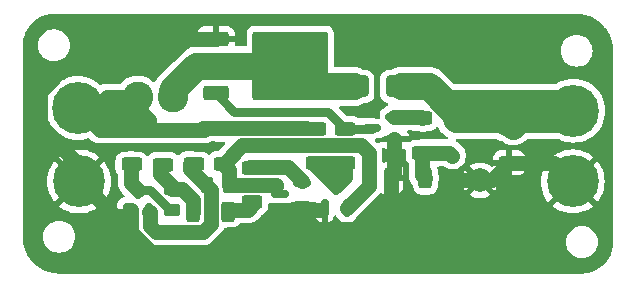
<source format=gbr>
G04 #@! TF.GenerationSoftware,KiCad,Pcbnew,7.0.5*
G04 #@! TF.CreationDate,2025-06-09T15:25:12+01:00*
G04 #@! TF.ProjectId,boost monostable,626f6f73-7420-46d6-9f6e-6f737461626c,rev?*
G04 #@! TF.SameCoordinates,Original*
G04 #@! TF.FileFunction,Copper,L2,Bot*
G04 #@! TF.FilePolarity,Positive*
%FSLAX46Y46*%
G04 Gerber Fmt 4.6, Leading zero omitted, Abs format (unit mm)*
G04 Created by KiCad (PCBNEW 7.0.5) date 2025-06-09 15:25:12*
%MOMM*%
%LPD*%
G01*
G04 APERTURE LIST*
G04 Aperture macros list*
%AMRoundRect*
0 Rectangle with rounded corners*
0 $1 Rounding radius*
0 $2 $3 $4 $5 $6 $7 $8 $9 X,Y pos of 4 corners*
0 Add a 4 corners polygon primitive as box body*
4,1,4,$2,$3,$4,$5,$6,$7,$8,$9,$2,$3,0*
0 Add four circle primitives for the rounded corners*
1,1,$1+$1,$2,$3*
1,1,$1+$1,$4,$5*
1,1,$1+$1,$6,$7*
1,1,$1+$1,$8,$9*
0 Add four rect primitives between the rounded corners*
20,1,$1+$1,$2,$3,$4,$5,0*
20,1,$1+$1,$4,$5,$6,$7,0*
20,1,$1+$1,$6,$7,$8,$9,0*
20,1,$1+$1,$8,$9,$2,$3,0*%
G04 Aperture macros list end*
G04 #@! TA.AperFunction,ComponentPad*
%ADD10C,0.700000*%
G04 #@! TD*
G04 #@! TA.AperFunction,ComponentPad*
%ADD11C,4.400000*%
G04 #@! TD*
G04 #@! TA.AperFunction,ComponentPad*
%ADD12C,2.600000*%
G04 #@! TD*
G04 #@! TA.AperFunction,ComponentPad*
%ADD13R,2.000000X2.000000*%
G04 #@! TD*
G04 #@! TA.AperFunction,ComponentPad*
%ADD14C,2.000000*%
G04 #@! TD*
G04 #@! TA.AperFunction,SMDPad,CuDef*
%ADD15RoundRect,0.250000X-0.625000X0.312500X-0.625000X-0.312500X0.625000X-0.312500X0.625000X0.312500X0*%
G04 #@! TD*
G04 #@! TA.AperFunction,SMDPad,CuDef*
%ADD16RoundRect,0.150000X0.150000X-0.587500X0.150000X0.587500X-0.150000X0.587500X-0.150000X-0.587500X0*%
G04 #@! TD*
G04 #@! TA.AperFunction,SMDPad,CuDef*
%ADD17RoundRect,0.150000X0.587500X0.150000X-0.587500X0.150000X-0.587500X-0.150000X0.587500X-0.150000X0*%
G04 #@! TD*
G04 #@! TA.AperFunction,SMDPad,CuDef*
%ADD18RoundRect,0.250000X-0.850000X-0.350000X0.850000X-0.350000X0.850000X0.350000X-0.850000X0.350000X0*%
G04 #@! TD*
G04 #@! TA.AperFunction,SMDPad,CuDef*
%ADD19RoundRect,0.250000X-1.275000X-1.125000X1.275000X-1.125000X1.275000X1.125000X-1.275000X1.125000X0*%
G04 #@! TD*
G04 #@! TA.AperFunction,SMDPad,CuDef*
%ADD20RoundRect,0.249997X-2.950003X-2.650003X2.950003X-2.650003X2.950003X2.650003X-2.950003X2.650003X0*%
G04 #@! TD*
G04 #@! TA.AperFunction,SMDPad,CuDef*
%ADD21RoundRect,0.250000X0.450000X-0.262500X0.450000X0.262500X-0.450000X0.262500X-0.450000X-0.262500X0*%
G04 #@! TD*
G04 #@! TA.AperFunction,SMDPad,CuDef*
%ADD22RoundRect,0.225000X-0.375000X0.225000X-0.375000X-0.225000X0.375000X-0.225000X0.375000X0.225000X0*%
G04 #@! TD*
G04 #@! TA.AperFunction,SMDPad,CuDef*
%ADD23RoundRect,0.250000X0.312500X0.625000X-0.312500X0.625000X-0.312500X-0.625000X0.312500X-0.625000X0*%
G04 #@! TD*
G04 #@! TA.AperFunction,SMDPad,CuDef*
%ADD24RoundRect,0.250000X-0.262500X-0.450000X0.262500X-0.450000X0.262500X0.450000X-0.262500X0.450000X0*%
G04 #@! TD*
G04 #@! TA.AperFunction,SMDPad,CuDef*
%ADD25RoundRect,0.250000X0.625000X-0.312500X0.625000X0.312500X-0.625000X0.312500X-0.625000X-0.312500X0*%
G04 #@! TD*
G04 #@! TA.AperFunction,SMDPad,CuDef*
%ADD26RoundRect,0.250000X1.000000X0.650000X-1.000000X0.650000X-1.000000X-0.650000X1.000000X-0.650000X0*%
G04 #@! TD*
G04 #@! TA.AperFunction,SMDPad,CuDef*
%ADD27RoundRect,0.250000X-0.312500X-0.625000X0.312500X-0.625000X0.312500X0.625000X-0.312500X0.625000X0*%
G04 #@! TD*
G04 #@! TA.AperFunction,Conductor*
%ADD28C,0.762000*%
G04 #@! TD*
G04 #@! TA.AperFunction,Conductor*
%ADD29C,1.270000*%
G04 #@! TD*
G04 #@! TA.AperFunction,Conductor*
%ADD30C,2.286000*%
G04 #@! TD*
G04 APERTURE END LIST*
D10*
G04 #@! TO.P,GNDin1,1,1*
G04 #@! TO.N,Earth*
X51468000Y-41228000D03*
X51951274Y-40061274D03*
X51951274Y-42394726D03*
X53118000Y-39578000D03*
D11*
X53118000Y-41228000D03*
D10*
X53118000Y-42878000D03*
X54284726Y-40061274D03*
X54284726Y-42394726D03*
X54768000Y-41228000D03*
G04 #@! TD*
D12*
G04 #@! TO.P,L1,1,1*
G04 #@! TO.N,Net-(L1-Pad1)*
X58098000Y-34068000D03*
G04 #@! TO.P,L1,2,2*
G04 #@! TO.N,Net-(D1-A)*
X61098000Y-34068000D03*
G04 #@! TD*
D10*
G04 #@! TO.P,GNDout1,1,1*
G04 #@! TO.N,Earth*
X93272000Y-41222000D03*
X93755274Y-40055274D03*
X93755274Y-42388726D03*
X94922000Y-39572000D03*
D11*
X94922000Y-41222000D03*
D10*
X94922000Y-42872000D03*
X96088726Y-40055274D03*
X96088726Y-42388726D03*
X96572000Y-41222000D03*
G04 #@! TD*
D13*
G04 #@! TO.P,C3,1*
G04 #@! TO.N,Net-(D1-K)*
X87068000Y-36130323D03*
D14*
G04 #@! TO.P,C3,2*
G04 #@! TO.N,Earth*
X87068000Y-41130323D03*
G04 #@! TD*
D10*
G04 #@! TO.P,Vcc/Vin1,1,1*
G04 #@! TO.N,Net-(L1-Pad1)*
X51371274Y-35021274D03*
X51854548Y-33854548D03*
X51854548Y-36188000D03*
X53021274Y-33371274D03*
D11*
X53021274Y-35021274D03*
D10*
X53021274Y-36671274D03*
X54188000Y-33854548D03*
X54188000Y-36188000D03*
X54671274Y-35021274D03*
G04 #@! TD*
G04 #@! TO.P,Vout1,1,1*
G04 #@! TO.N,Net-(D1-K)*
X93333274Y-35233274D03*
X93816548Y-34066548D03*
X93816548Y-36400000D03*
X94983274Y-33583274D03*
D11*
X94983274Y-35233274D03*
D10*
X94983274Y-36883274D03*
X96150000Y-34066548D03*
X96150000Y-36400000D03*
X96633274Y-35233274D03*
G04 #@! TD*
D15*
G04 #@! TO.P,R1,1*
G04 #@! TO.N,Net-(L1-Pad1)*
X57578000Y-36858000D03*
G04 #@! TO.P,R1,2*
G04 #@! TO.N,Net-(Q3-C)*
X57578000Y-39783000D03*
G04 #@! TD*
G04 #@! TO.P,R5,1*
G04 #@! TO.N,Net-(L1-Pad1)*
X73228000Y-36758000D03*
G04 #@! TO.P,R5,2*
G04 #@! TO.N,Net-(Q2-C)*
X73228000Y-39683000D03*
G04 #@! TD*
G04 #@! TO.P,R3,1*
G04 #@! TO.N,Net-(L1-Pad1)*
X62818000Y-36828000D03*
G04 #@! TO.P,R3,2*
G04 #@! TO.N,Net-(Q3-B)*
X62818000Y-39753000D03*
G04 #@! TD*
D16*
G04 #@! TO.P,Q2,1,B*
G04 #@! TO.N,Net-(Q1-C)*
X75818000Y-43448000D03*
G04 #@! TO.P,Q2,2,E*
G04 #@! TO.N,Earth*
X73918000Y-43448000D03*
G04 #@! TO.P,Q2,3,C*
G04 #@! TO.N,Net-(Q2-C)*
X74868000Y-41573000D03*
G04 #@! TD*
D17*
G04 #@! TO.P,Q1,1,B*
G04 #@! TO.N,Net-(Q1-B)*
X72008000Y-41320500D03*
G04 #@! TO.P,Q1,2,E*
G04 #@! TO.N,Earth*
X72008000Y-43220500D03*
G04 #@! TO.P,Q1,3,C*
G04 #@! TO.N,Net-(Q1-C)*
X70133000Y-42270500D03*
G04 #@! TD*
D18*
G04 #@! TO.P,Q4,1,G*
G04 #@! TO.N,Net-(Q4-G)*
X64713000Y-33703000D03*
D19*
G04 #@! TO.P,Q4,2,D*
G04 #@! TO.N,Net-(D1-A)*
X69338000Y-29898000D03*
X69338000Y-32948000D03*
D20*
X71013000Y-31423000D03*
D19*
X72688000Y-29898000D03*
X72688000Y-32948000D03*
D18*
G04 #@! TO.P,Q4,3,S*
G04 #@! TO.N,Earth*
X64713000Y-29143000D03*
G04 #@! TD*
D21*
G04 #@! TO.P,C1,1*
G04 #@! TO.N,Net-(Q3-C)*
X60958000Y-43680500D03*
G04 #@! TO.P,C1,2*
G04 #@! TO.N,Net-(C1-Pad2)*
X60958000Y-41855500D03*
G04 #@! TD*
D15*
G04 #@! TO.P,R7,1*
G04 #@! TO.N,Net-(D1-K)*
X89548000Y-36725500D03*
G04 #@! TO.P,R7,2*
G04 #@! TO.N,Earth*
X89548000Y-39650500D03*
G04 #@! TD*
D22*
G04 #@! TO.P,D2,1,K*
G04 #@! TO.N,Net-(D1-K)*
X84738000Y-35768000D03*
G04 #@! TO.P,D2,2,A*
G04 #@! TO.N,Net-(D2-A)*
X84738000Y-39068000D03*
G04 #@! TD*
D23*
G04 #@! TO.P,R8,1*
G04 #@! TO.N,Net-(D2-A)*
X82440500Y-40958000D03*
G04 #@! TO.P,R8,2*
G04 #@! TO.N,Earth*
X79515500Y-40958000D03*
G04 #@! TD*
D17*
G04 #@! TO.P,Q5,1,B*
G04 #@! TO.N,Net-(Q5-B)*
X79833000Y-35768000D03*
G04 #@! TO.P,Q5,2,E*
G04 #@! TO.N,Earth*
X79833000Y-37668000D03*
G04 #@! TO.P,Q5,3,C*
G04 #@! TO.N,Net-(Q4-G)*
X77958000Y-36718000D03*
G04 #@! TD*
D24*
G04 #@! TO.P,C2,1*
G04 #@! TO.N,Net-(Q3-B)*
X63955500Y-41530500D03*
G04 #@! TO.P,C2,2*
G04 #@! TO.N,Net-(Q1-C)*
X65780500Y-41530500D03*
G04 #@! TD*
D16*
G04 #@! TO.P,Q3,1,B*
G04 #@! TO.N,Net-(Q3-B)*
X59078000Y-43795500D03*
G04 #@! TO.P,Q3,2,E*
G04 #@! TO.N,Earth*
X57178000Y-43795500D03*
G04 #@! TO.P,Q3,3,C*
G04 #@! TO.N,Net-(Q3-C)*
X58128000Y-41920500D03*
G04 #@! TD*
D25*
G04 #@! TO.P,J02,1*
G04 #@! TO.N,Net-(J01-Pad2)*
X67788000Y-43003000D03*
G04 #@! TO.P,J02,2*
G04 #@! TO.N,Net-(Q1-B)*
X67788000Y-40078000D03*
G04 #@! TD*
G04 #@! TO.P,R6,1*
G04 #@! TO.N,Net-(Q2-C)*
X75648000Y-39668000D03*
G04 #@! TO.P,R6,2*
G04 #@! TO.N,Net-(Q4-G)*
X75648000Y-36743000D03*
G04 #@! TD*
D15*
G04 #@! TO.P,R4,1*
G04 #@! TO.N,Net-(L1-Pad1)*
X65408000Y-36785500D03*
G04 #@! TO.P,R4,2*
G04 #@! TO.N,Net-(Q1-C)*
X65408000Y-39710500D03*
G04 #@! TD*
G04 #@! TO.P,R9,1*
G04 #@! TO.N,Net-(Q5-B)*
X82158000Y-35875500D03*
G04 #@! TO.P,R9,2*
G04 #@! TO.N,Net-(D2-A)*
X82158000Y-38800500D03*
G04 #@! TD*
D26*
G04 #@! TO.P,D1,1,K*
G04 #@! TO.N,Net-(D1-K)*
X80375500Y-33168000D03*
G04 #@! TO.P,D1,2,A*
G04 #@! TO.N,Net-(D1-A)*
X76375500Y-33168000D03*
G04 #@! TD*
D27*
G04 #@! TO.P,J01,1*
G04 #@! TO.N,Net-(C1-Pad2)*
X62813000Y-43790500D03*
G04 #@! TO.P,J01,2*
G04 #@! TO.N,Net-(J01-Pad2)*
X65738000Y-43790500D03*
G04 #@! TD*
D15*
G04 #@! TO.P,R2,1*
G04 #@! TO.N,Net-(L1-Pad1)*
X60248000Y-36865500D03*
G04 #@! TO.P,R2,2*
G04 #@! TO.N,Net-(C1-Pad2)*
X60248000Y-39790500D03*
G04 #@! TD*
D28*
G04 #@! TO.N,Net-(Q3-C)*
X60958000Y-43505500D02*
X60683000Y-43505500D01*
X59098000Y-41920500D02*
X58128000Y-41920500D01*
D29*
X58128000Y-41920500D02*
X57558000Y-41350500D01*
X57558000Y-41350500D02*
X57558000Y-39803000D01*
D28*
X60683000Y-43505500D02*
X59098000Y-41920500D01*
D29*
G04 #@! TO.N,Net-(Q1-B)*
X70338000Y-39990500D02*
X67558000Y-39990500D01*
X70788000Y-39990500D02*
X70338000Y-39990500D01*
X71978000Y-41180500D02*
X70788000Y-39990500D01*
G04 #@! TO.N,Net-(Q3-B)*
X63628000Y-45500500D02*
X64338000Y-44790500D01*
X59108000Y-44970500D02*
X59638000Y-45500500D01*
X64298000Y-41930500D02*
X62508000Y-40140500D01*
X64338000Y-44800500D02*
X64338000Y-41970500D01*
X59108000Y-43825500D02*
X59108000Y-44970500D01*
X64338000Y-41970500D02*
X64298000Y-41930500D01*
X59638000Y-45500500D02*
X63628000Y-45500500D01*
X62508000Y-40140500D02*
X62508000Y-39763000D01*
X59078000Y-43795500D02*
X59108000Y-43825500D01*
G04 #@! TO.N,Net-(Q1-C)*
X77658000Y-41608000D02*
X77658000Y-38818000D01*
X65780500Y-40243000D02*
X65780500Y-41530500D01*
X66958000Y-38160500D02*
X65408000Y-39710500D01*
X77000500Y-38160500D02*
X66958000Y-38160500D01*
X69778000Y-41530500D02*
X69818000Y-41570500D01*
X77658000Y-38818000D02*
X77000500Y-38160500D01*
X65780500Y-40673000D02*
X65780500Y-40243000D01*
X65408000Y-39710500D02*
X65408000Y-39870500D01*
X75818000Y-43448000D02*
X77658000Y-41608000D01*
X65408000Y-39870500D02*
X65780500Y-40243000D01*
X65780500Y-41530500D02*
X69778000Y-41530500D01*
D30*
G04 #@! TO.N,Net-(D1-K)*
X84161750Y-34613000D02*
X94529000Y-34613000D01*
X89581250Y-34896000D02*
X95169298Y-34896000D01*
X94529000Y-34613000D02*
X94812000Y-34896000D01*
X89896750Y-36495500D02*
X88939250Y-35538000D01*
D29*
X94820548Y-35126000D02*
X94931274Y-35015274D01*
X88590500Y-35768000D02*
X89548000Y-36725500D01*
D30*
X82736750Y-33168000D02*
X80375500Y-33168000D01*
X94812000Y-34896000D02*
X89581250Y-34896000D01*
X84973000Y-35423000D02*
X83703000Y-34153000D01*
X84006750Y-34458000D02*
X84161750Y-34613000D01*
X88939250Y-35538000D02*
X89581250Y-34896000D01*
X85054375Y-35963000D02*
X95421625Y-35963000D01*
X84006750Y-34438000D02*
X82736750Y-33168000D01*
D29*
G04 #@! TO.N,Earth*
X79833000Y-37668000D02*
X79833000Y-40640500D01*
X62158000Y-29143000D02*
X59673000Y-31628000D01*
X57528000Y-43673000D02*
X57528000Y-45508000D01*
X83312000Y-43180000D02*
X78846000Y-43180000D01*
X85361677Y-41130323D02*
X83312000Y-43180000D01*
X93350500Y-39650500D02*
X94922000Y-41222000D01*
X57528000Y-45508000D02*
X59210500Y-47190500D01*
X51778000Y-31628000D02*
X49778000Y-33628000D01*
X88068177Y-41130323D02*
X89548000Y-39650500D01*
X64328000Y-47190500D02*
X65858000Y-45660500D01*
X53118000Y-39578000D02*
X53118000Y-41228000D01*
X59673000Y-31628000D02*
X51778000Y-31628000D01*
X87068000Y-41130323D02*
X85361677Y-41130323D01*
X79833000Y-40640500D02*
X79515500Y-40958000D01*
X64713000Y-29143000D02*
X62158000Y-29143000D01*
X79515500Y-42510500D02*
X78846000Y-43180000D01*
X53248000Y-41228000D02*
X53118000Y-41228000D01*
X68424250Y-45074250D02*
X69888000Y-43610500D01*
X65858000Y-45660500D02*
X67838000Y-45660500D01*
X89548000Y-39650500D02*
X93350500Y-39650500D01*
X59210500Y-47190500D02*
X64328000Y-47190500D01*
X87068000Y-41130323D02*
X88068177Y-41130323D01*
X79515500Y-40958000D02*
X79515500Y-42510500D01*
X67838000Y-45660500D02*
X68424250Y-45074250D01*
X68070500Y-45428000D02*
X68424250Y-45074250D01*
X76598000Y-45428000D02*
X68070500Y-45428000D01*
X57528000Y-45508000D02*
X53248000Y-41228000D01*
X49778000Y-33628000D02*
X49778000Y-36478000D01*
X78846000Y-43180000D02*
X76598000Y-45428000D01*
X49778000Y-36478000D02*
X52878000Y-39578000D01*
X52878000Y-39578000D02*
X53118000Y-39578000D01*
X69888000Y-43610500D02*
X73568000Y-43610500D01*
D30*
G04 #@! TO.N,Net-(D1-A)*
X76375500Y-33168000D02*
X72908000Y-33168000D01*
D29*
X70848000Y-31588000D02*
X71013000Y-31423000D01*
D30*
X61023000Y-33478000D02*
X63063000Y-31438000D01*
D29*
X61098000Y-34068000D02*
X61098000Y-33628000D01*
X72908000Y-33168000D02*
X72688000Y-32948000D01*
D30*
X63063000Y-31438000D02*
X70773000Y-31438000D01*
D29*
G04 #@! TO.N,Net-(D2-A)*
X82158000Y-40675500D02*
X82440500Y-40958000D01*
X82158000Y-38800500D02*
X84470500Y-38800500D01*
X82158000Y-38800500D02*
X82158000Y-40675500D01*
X84470500Y-38800500D02*
X84738000Y-39068000D01*
G04 #@! TO.N,Net-(Q2-C)*
X75555500Y-39683000D02*
X75608000Y-39630500D01*
X74988000Y-40358000D02*
X75608000Y-39738000D01*
X75608000Y-39738000D02*
X75608000Y-40833000D01*
X73228000Y-39933000D02*
X74868000Y-41573000D01*
X73228000Y-39683000D02*
X75555500Y-39683000D01*
X73228000Y-39683000D02*
X73228000Y-39933000D01*
X75608000Y-40833000D02*
X74868000Y-41573000D01*
D28*
G04 #@! TO.N,Net-(Q4-G)*
X66278000Y-35338000D02*
X74243000Y-35338000D01*
X74243000Y-35338000D02*
X75648000Y-36743000D01*
X64698000Y-33758000D02*
X66278000Y-35338000D01*
X77933000Y-36743000D02*
X77958000Y-36718000D01*
X75648000Y-36743000D02*
X77933000Y-36743000D01*
D29*
G04 #@! TO.N,Net-(Q5-B)*
X79833000Y-35768000D02*
X82050500Y-35768000D01*
X82050500Y-35768000D02*
X82158000Y-35875500D01*
G04 #@! TO.N,Net-(L1-Pad1)*
X58008000Y-36858000D02*
X59063000Y-36858000D01*
X59063000Y-36013000D02*
X59063000Y-36858000D01*
X59063000Y-36858000D02*
X63675500Y-36858000D01*
X58098000Y-34068000D02*
X58098000Y-36768000D01*
X58098000Y-36768000D02*
X58008000Y-36858000D01*
X54858000Y-36858000D02*
X53021274Y-35021274D01*
X63655500Y-36690500D02*
X72328000Y-36690500D01*
X63675500Y-36858000D02*
X63688000Y-36845500D01*
X55468000Y-34068000D02*
X54788000Y-34748000D01*
X58098000Y-34068000D02*
X55468000Y-34068000D01*
X58098000Y-35048000D02*
X59063000Y-36013000D01*
X57578000Y-36858000D02*
X58008000Y-36858000D01*
D30*
X53214548Y-35388000D02*
X57338000Y-35388000D01*
D29*
X57578000Y-36858000D02*
X54858000Y-36858000D01*
X58098000Y-34068000D02*
X58098000Y-35048000D01*
D30*
X57144726Y-35021274D02*
X58098000Y-34068000D01*
D29*
G04 #@! TO.N,Net-(C1-Pad2)*
X60958000Y-41570500D02*
X60958000Y-41680500D01*
X62813000Y-42815500D02*
X62813000Y-43790500D01*
X60958000Y-41855500D02*
X61853000Y-41855500D01*
X61853000Y-41855500D02*
X62813000Y-42815500D01*
X59998000Y-39843000D02*
X59998000Y-40610500D01*
X59998000Y-40610500D02*
X60958000Y-41570500D01*
G04 #@! TO.N,Net-(J01-Pad2)*
X65978000Y-43620500D02*
X65808000Y-43790500D01*
X67788000Y-43003000D02*
X67788000Y-43240500D01*
X67788000Y-43240500D02*
X67408000Y-43620500D01*
X67408000Y-43620500D02*
X65978000Y-43620500D01*
G04 #@! TD*
G04 #@! TA.AperFunction,Conductor*
G04 #@! TO.N,Earth*
G36*
X95240350Y-27029314D02*
G01*
X95375424Y-27036395D01*
X95567544Y-27047170D01*
X95573732Y-27047832D01*
X95733035Y-27073065D01*
X95900581Y-27101535D01*
X95906202Y-27102762D01*
X96055660Y-27142811D01*
X96065512Y-27145451D01*
X96225719Y-27191607D01*
X96230776Y-27193302D01*
X96310479Y-27223897D01*
X96385605Y-27252736D01*
X96387050Y-27253313D01*
X96539203Y-27316338D01*
X96543607Y-27318368D01*
X96692044Y-27394002D01*
X96693859Y-27394966D01*
X96837319Y-27474255D01*
X96841061Y-27476500D01*
X96981134Y-27567465D01*
X96983207Y-27568873D01*
X97047348Y-27614385D01*
X97116552Y-27663489D01*
X97119692Y-27665870D01*
X97249638Y-27771098D01*
X97251907Y-27773030D01*
X97373687Y-27881861D01*
X97376214Y-27884250D01*
X97494465Y-28002503D01*
X97496855Y-28005030D01*
X97605702Y-28126831D01*
X97607634Y-28129102D01*
X97687165Y-28227314D01*
X97712831Y-28259010D01*
X97715213Y-28262151D01*
X97809846Y-28395524D01*
X97811279Y-28397634D01*
X97902198Y-28537639D01*
X97904465Y-28541417D01*
X97983752Y-28684876D01*
X97984730Y-28686719D01*
X98060339Y-28835110D01*
X98062370Y-28839514D01*
X98077524Y-28876098D01*
X98125382Y-28991641D01*
X98125983Y-28993148D01*
X98185404Y-29147944D01*
X98187099Y-29153002D01*
X98233247Y-29313183D01*
X98275937Y-29472508D01*
X98277174Y-29478172D01*
X98305646Y-29645735D01*
X98314241Y-29700000D01*
X98330868Y-29804988D01*
X98331534Y-29811214D01*
X98342066Y-29998732D01*
X98349415Y-30138954D01*
X98349500Y-30142200D01*
X98349499Y-46355714D01*
X98349401Y-46359192D01*
X98342862Y-46475601D01*
X98331712Y-46660137D01*
X98330949Y-46666789D01*
X98306548Y-46810386D01*
X98277894Y-46966732D01*
X98276485Y-46972723D01*
X98235121Y-47116294D01*
X98234737Y-47117576D01*
X98188805Y-47264965D01*
X98186892Y-47270249D01*
X98129047Y-47409892D01*
X98128304Y-47411610D01*
X98065670Y-47550775D01*
X98063395Y-47555323D01*
X97989850Y-47688388D01*
X97988644Y-47690472D01*
X97910142Y-47820329D01*
X97907647Y-47824133D01*
X97819409Y-47948490D01*
X97817650Y-47950849D01*
X97724318Y-48069977D01*
X97721741Y-48073054D01*
X97620006Y-48186894D01*
X97617616Y-48189422D01*
X97510710Y-48296327D01*
X97508183Y-48298716D01*
X97394326Y-48400465D01*
X97391248Y-48403041D01*
X97272127Y-48496365D01*
X97269768Y-48498125D01*
X97145404Y-48586366D01*
X97141600Y-48588860D01*
X97011741Y-48667362D01*
X97009657Y-48668567D01*
X96876598Y-48742107D01*
X96872050Y-48744382D01*
X96732895Y-48807011D01*
X96731176Y-48807754D01*
X96591507Y-48865607D01*
X96586224Y-48867520D01*
X96438872Y-48913438D01*
X96437590Y-48913822D01*
X96294005Y-48955190D01*
X96288013Y-48956598D01*
X96131549Y-48985271D01*
X95988055Y-49009653D01*
X95981408Y-49010417D01*
X95801058Y-49021328D01*
X95679933Y-49028132D01*
X95676455Y-49028230D01*
X51462894Y-49028230D01*
X51459648Y-49028145D01*
X51320417Y-49020846D01*
X51132853Y-49010348D01*
X51126615Y-49009681D01*
X50963606Y-48983862D01*
X50799846Y-48956036D01*
X50794182Y-48954799D01*
X50632383Y-48911442D01*
X50474734Y-48866023D01*
X50469676Y-48864327D01*
X50312954Y-48804166D01*
X50311446Y-48803564D01*
X50253635Y-48779617D01*
X50161248Y-48741348D01*
X50156867Y-48739329D01*
X50067633Y-48693861D01*
X50006947Y-48662938D01*
X50005104Y-48661960D01*
X49863166Y-48583511D01*
X49859388Y-48581244D01*
X49781679Y-48530779D01*
X49718080Y-48489476D01*
X49716004Y-48488066D01*
X49583936Y-48394356D01*
X49580795Y-48391974D01*
X49449761Y-48285863D01*
X49447465Y-48283909D01*
X49326820Y-48176090D01*
X49324293Y-48173701D01*
X49220570Y-48069977D01*
X49205038Y-48054444D01*
X49202662Y-48051931D01*
X49094842Y-47931276D01*
X49092889Y-47928980D01*
X48986782Y-47797948D01*
X48984399Y-47794806D01*
X48890699Y-47662743D01*
X48889267Y-47660634D01*
X48820878Y-47555323D01*
X48797505Y-47519331D01*
X48795249Y-47515569D01*
X48737794Y-47411610D01*
X48716792Y-47373609D01*
X48715857Y-47371849D01*
X48639449Y-47221883D01*
X48637415Y-47217472D01*
X48575192Y-47067248D01*
X48574614Y-47065801D01*
X48514443Y-46909043D01*
X48512764Y-46904038D01*
X48467350Y-46746395D01*
X48423972Y-46584497D01*
X48422748Y-46578891D01*
X48394950Y-46415278D01*
X48369102Y-46252063D01*
X48368438Y-46245854D01*
X48358544Y-46069653D01*
X48350585Y-45917744D01*
X48350500Y-45914501D01*
X48350500Y-45900000D01*
X50094341Y-45900000D01*
X50114936Y-46135403D01*
X50114938Y-46135413D01*
X50176094Y-46363655D01*
X50176096Y-46363659D01*
X50176097Y-46363663D01*
X50200122Y-46415184D01*
X50275964Y-46577828D01*
X50275965Y-46577830D01*
X50411505Y-46771402D01*
X50578597Y-46938494D01*
X50772169Y-47074034D01*
X50772171Y-47074035D01*
X50986337Y-47173903D01*
X51214592Y-47235063D01*
X51391032Y-47250499D01*
X51391033Y-47250500D01*
X51391034Y-47250500D01*
X51508967Y-47250500D01*
X51508967Y-47250499D01*
X51685408Y-47235063D01*
X51913663Y-47173903D01*
X52127829Y-47074035D01*
X52321401Y-46938495D01*
X52488495Y-46771401D01*
X52624035Y-46577830D01*
X52723903Y-46363663D01*
X52785063Y-46135408D01*
X52805659Y-45900000D01*
X52804463Y-45886335D01*
X52796966Y-45800645D01*
X52785063Y-45664592D01*
X52723903Y-45436337D01*
X52624035Y-45222171D01*
X52624034Y-45222169D01*
X52488494Y-45028597D01*
X52321402Y-44861505D01*
X52127830Y-44725965D01*
X52127828Y-44725964D01*
X51963565Y-44649367D01*
X51913663Y-44626097D01*
X51913659Y-44626096D01*
X51913655Y-44626094D01*
X51685413Y-44564938D01*
X51685403Y-44564936D01*
X51508967Y-44549500D01*
X51508966Y-44549500D01*
X51391034Y-44549500D01*
X51391033Y-44549500D01*
X51214596Y-44564936D01*
X51214586Y-44564938D01*
X50986344Y-44626094D01*
X50986335Y-44626098D01*
X50772171Y-44725964D01*
X50772169Y-44725965D01*
X50578597Y-44861505D01*
X50411506Y-45028597D01*
X50411501Y-45028604D01*
X50275967Y-45222165D01*
X50275965Y-45222169D01*
X50176098Y-45436335D01*
X50176094Y-45436344D01*
X50114938Y-45664586D01*
X50114936Y-45664596D01*
X50094341Y-45899999D01*
X50094341Y-45900000D01*
X48350500Y-45900000D01*
X48350500Y-44045500D01*
X56378000Y-44045500D01*
X56378000Y-44448649D01*
X56380899Y-44485489D01*
X56380900Y-44485495D01*
X56426716Y-44643193D01*
X56426717Y-44643196D01*
X56510314Y-44784552D01*
X56510321Y-44784561D01*
X56626438Y-44900678D01*
X56626447Y-44900685D01*
X56767801Y-44984281D01*
X56925514Y-45030100D01*
X56925511Y-45030100D01*
X56927998Y-45030295D01*
X56928000Y-45030295D01*
X56928000Y-44045500D01*
X56378000Y-44045500D01*
X48350500Y-44045500D01*
X48350500Y-41227999D01*
X50413065Y-41227999D01*
X50432786Y-41554038D01*
X50491667Y-41875341D01*
X50588835Y-42187164D01*
X50588839Y-42187175D01*
X50722897Y-42485041D01*
X50722898Y-42485043D01*
X50891887Y-42764586D01*
X51039477Y-42952968D01*
X51552070Y-42440375D01*
X51751274Y-42440375D01*
X51790887Y-42522631D01*
X51862266Y-42579553D01*
X51928742Y-42594726D01*
X51973806Y-42594726D01*
X52040282Y-42579553D01*
X52111661Y-42522631D01*
X52151274Y-42440375D01*
X52151274Y-42349077D01*
X52111661Y-42266821D01*
X52040282Y-42209899D01*
X51973806Y-42194726D01*
X51928742Y-42194726D01*
X51862266Y-42209899D01*
X51790887Y-42266821D01*
X51751274Y-42349077D01*
X51751274Y-42440375D01*
X51552070Y-42440375D01*
X52182210Y-41810234D01*
X52282894Y-41951624D01*
X52434932Y-42096592D01*
X52537222Y-42162330D01*
X51393030Y-43306521D01*
X51393030Y-43306522D01*
X51581414Y-43454112D01*
X51581423Y-43454118D01*
X51860956Y-43623101D01*
X51860958Y-43623102D01*
X52158824Y-43757160D01*
X52158835Y-43757164D01*
X52470658Y-43854332D01*
X52791961Y-43913213D01*
X53117999Y-43932934D01*
X53444038Y-43913213D01*
X53765341Y-43854332D01*
X54077164Y-43757164D01*
X54077175Y-43757160D01*
X54375041Y-43623102D01*
X54375043Y-43623101D01*
X54654576Y-43454118D01*
X54654584Y-43454112D01*
X54842968Y-43306522D01*
X54842968Y-43306521D01*
X53976822Y-42440375D01*
X54084726Y-42440375D01*
X54124339Y-42522631D01*
X54195718Y-42579553D01*
X54262194Y-42594726D01*
X54307258Y-42594726D01*
X54373734Y-42579553D01*
X54445113Y-42522631D01*
X54484726Y-42440375D01*
X54484726Y-42349077D01*
X54445113Y-42266821D01*
X54373734Y-42209899D01*
X54307258Y-42194726D01*
X54262194Y-42194726D01*
X54195718Y-42209899D01*
X54124339Y-42266821D01*
X54084726Y-42349077D01*
X54084726Y-42440375D01*
X53976822Y-42440375D01*
X53701306Y-42164859D01*
X53715410Y-42157589D01*
X53880540Y-42027729D01*
X54018110Y-41868965D01*
X54052665Y-41809113D01*
X55196521Y-42952968D01*
X55196522Y-42952968D01*
X55344112Y-42764584D01*
X55344118Y-42764576D01*
X55513101Y-42485043D01*
X55513102Y-42485041D01*
X55647160Y-42187175D01*
X55647164Y-42187164D01*
X55744332Y-41875341D01*
X55803213Y-41554038D01*
X55822934Y-41228000D01*
X55803213Y-40901961D01*
X55744332Y-40580658D01*
X55647164Y-40268835D01*
X55647160Y-40268824D01*
X55513102Y-39970958D01*
X55513101Y-39970956D01*
X55344118Y-39691423D01*
X55344112Y-39691414D01*
X55196521Y-39503030D01*
X54053788Y-40645763D01*
X53953106Y-40504376D01*
X53801068Y-40359408D01*
X53698777Y-40293669D01*
X53885523Y-40106923D01*
X54084726Y-40106923D01*
X54124339Y-40189179D01*
X54195718Y-40246101D01*
X54262194Y-40261274D01*
X54307258Y-40261274D01*
X54373734Y-40246101D01*
X54445113Y-40189179D01*
X54484726Y-40106923D01*
X54484726Y-40015625D01*
X54445113Y-39933369D01*
X54373734Y-39876447D01*
X54307258Y-39861274D01*
X54262194Y-39861274D01*
X54195718Y-39876447D01*
X54124339Y-39933369D01*
X54084726Y-40015625D01*
X54084726Y-40106923D01*
X53885523Y-40106923D01*
X54842968Y-39149477D01*
X54842968Y-39149476D01*
X54654586Y-39001887D01*
X54375043Y-38832898D01*
X54375041Y-38832897D01*
X54077175Y-38698839D01*
X54077164Y-38698835D01*
X53765341Y-38601667D01*
X53444038Y-38542786D01*
X53118000Y-38523065D01*
X52791961Y-38542786D01*
X52470658Y-38601667D01*
X52158835Y-38698835D01*
X52158824Y-38698839D01*
X51860958Y-38832897D01*
X51860956Y-38832898D01*
X51581423Y-39001881D01*
X51393030Y-39149476D01*
X51393030Y-39149477D01*
X52534693Y-40291140D01*
X52520590Y-40298411D01*
X52355460Y-40428271D01*
X52217890Y-40587035D01*
X52183334Y-40646887D01*
X51643370Y-40106923D01*
X51751274Y-40106923D01*
X51790887Y-40189179D01*
X51862266Y-40246101D01*
X51928742Y-40261274D01*
X51973806Y-40261274D01*
X52040282Y-40246101D01*
X52111661Y-40189179D01*
X52151274Y-40106923D01*
X52151274Y-40015625D01*
X52111661Y-39933369D01*
X52040282Y-39876447D01*
X51973806Y-39861274D01*
X51928742Y-39861274D01*
X51862266Y-39876447D01*
X51790887Y-39933369D01*
X51751274Y-40015625D01*
X51751274Y-40106923D01*
X51643370Y-40106923D01*
X51039477Y-39503030D01*
X51039476Y-39503030D01*
X50891881Y-39691423D01*
X50722898Y-39970956D01*
X50722897Y-39970958D01*
X50588839Y-40268824D01*
X50588835Y-40268835D01*
X50491667Y-40580658D01*
X50432786Y-40901961D01*
X50413065Y-41227999D01*
X48350500Y-41227999D01*
X48350500Y-35021273D01*
X50315838Y-35021273D01*
X50335563Y-35347373D01*
X50394452Y-35668726D01*
X50491640Y-35980616D01*
X50491644Y-35980628D01*
X50491647Y-35980635D01*
X50625729Y-36278553D01*
X50790175Y-36550580D01*
X50794747Y-36558142D01*
X50996228Y-36815313D01*
X51227234Y-37046319D01*
X51484405Y-37247800D01*
X51484408Y-37247802D01*
X51484411Y-37247804D01*
X51763995Y-37416819D01*
X52061913Y-37550901D01*
X52061926Y-37550905D01*
X52061931Y-37550907D01*
X52373815Y-37648093D01*
X52373821Y-37648095D01*
X52695170Y-37706984D01*
X53021274Y-37726710D01*
X53347378Y-37706984D01*
X53668727Y-37648095D01*
X53879773Y-37582329D01*
X53949630Y-37581178D01*
X54002229Y-37610971D01*
X54022933Y-37630712D01*
X54064100Y-37669965D01*
X54065116Y-37670956D01*
X54080063Y-37685903D01*
X54093327Y-37699167D01*
X54093337Y-37699176D01*
X54097323Y-37702467D01*
X54102069Y-37706385D01*
X54105373Y-37709318D01*
X54152889Y-37754624D01*
X54165769Y-37762901D01*
X54179116Y-37771479D01*
X54184082Y-37774670D01*
X54190028Y-37779010D01*
X54218648Y-37802641D01*
X54276284Y-37834112D01*
X54280085Y-37836368D01*
X54292777Y-37844524D01*
X54335317Y-37871863D01*
X54369761Y-37885652D01*
X54376415Y-37888788D01*
X54408977Y-37906568D01*
X54471536Y-37926565D01*
X54475674Y-37928053D01*
X54536638Y-37952460D01*
X54573070Y-37959482D01*
X54580199Y-37961301D01*
X54605338Y-37969337D01*
X54615534Y-37972597D01*
X54680723Y-37980391D01*
X54685098Y-37981073D01*
X54749567Y-37993499D01*
X54749568Y-37993499D01*
X54749573Y-37993500D01*
X54786663Y-37993500D01*
X54794030Y-37993939D01*
X54796677Y-37994255D01*
X54830855Y-37998342D01*
X54896348Y-37993657D01*
X54900770Y-37993500D01*
X57469573Y-37993500D01*
X57899573Y-37993500D01*
X57902838Y-37993500D01*
X57923402Y-37995216D01*
X57926626Y-37995759D01*
X57988836Y-37994278D01*
X58020785Y-37993518D01*
X58022260Y-37993500D01*
X58954573Y-37993500D01*
X58972919Y-37993500D01*
X58990564Y-37994762D01*
X58993429Y-37995173D01*
X59008725Y-37997373D01*
X59074396Y-37994244D01*
X59088567Y-37993570D01*
X59091517Y-37993500D01*
X63570338Y-37993500D01*
X63590902Y-37995216D01*
X63594126Y-37995759D01*
X63656336Y-37994278D01*
X63688285Y-37993518D01*
X63689760Y-37993500D01*
X63729582Y-37993500D01*
X63729591Y-37993500D01*
X63729600Y-37993499D01*
X63729602Y-37993499D01*
X63730303Y-37993431D01*
X63740869Y-37992422D01*
X63745263Y-37992160D01*
X63810919Y-37990598D01*
X63836648Y-37985000D01*
X63847153Y-37982716D01*
X63854445Y-37981578D01*
X63854820Y-37981542D01*
X63891372Y-37978052D01*
X63954400Y-37959544D01*
X63958645Y-37958461D01*
X64022817Y-37944502D01*
X64056905Y-37929903D01*
X64063843Y-37927409D01*
X64099442Y-37916957D01*
X64145002Y-37893467D01*
X64157807Y-37886867D01*
X64161814Y-37884979D01*
X64169168Y-37881830D01*
X64222163Y-37859137D01*
X64239634Y-37847311D01*
X64306187Y-37826035D01*
X64309140Y-37826000D01*
X64573982Y-37826000D01*
X64612985Y-37832293D01*
X64630203Y-37837999D01*
X64732991Y-37848500D01*
X65364799Y-37848499D01*
X65431837Y-37868183D01*
X65477592Y-37920987D01*
X65487536Y-37990146D01*
X65458511Y-38053702D01*
X65452479Y-38060180D01*
X64901477Y-38611181D01*
X64840154Y-38644666D01*
X64813797Y-38647500D01*
X64732999Y-38647500D01*
X64732980Y-38647501D01*
X64630203Y-38658000D01*
X64630200Y-38658001D01*
X64463668Y-38713185D01*
X64463663Y-38713187D01*
X64314342Y-38805289D01*
X64190279Y-38929352D01*
X64189674Y-38930118D01*
X64189126Y-38930505D01*
X64185181Y-38934451D01*
X64184506Y-38933776D01*
X64132646Y-38970485D01*
X64062846Y-38973612D01*
X64004740Y-38940872D01*
X63911657Y-38847789D01*
X63911656Y-38847788D01*
X63790444Y-38773024D01*
X63762336Y-38755687D01*
X63762331Y-38755685D01*
X63708961Y-38738000D01*
X63595797Y-38700501D01*
X63595795Y-38700500D01*
X63493016Y-38690000D01*
X63493009Y-38690000D01*
X62900376Y-38690000D01*
X62859820Y-38683180D01*
X62776927Y-38654490D01*
X62776923Y-38654489D01*
X62776922Y-38654489D01*
X62562275Y-38623627D01*
X62562272Y-38623627D01*
X62345670Y-38633944D01*
X62134916Y-38685073D01*
X62129339Y-38687004D01*
X62129069Y-38686226D01*
X62098373Y-38694558D01*
X62040208Y-38700500D01*
X62040201Y-38700501D01*
X61873668Y-38755685D01*
X61873663Y-38755687D01*
X61724342Y-38847789D01*
X61601931Y-38970201D01*
X61540608Y-39003686D01*
X61470916Y-38998702D01*
X61426569Y-38970201D01*
X61341657Y-38885289D01*
X61341656Y-38885288D01*
X61192334Y-38793186D01*
X61025797Y-38738001D01*
X61025795Y-38738000D01*
X60923016Y-38727500D01*
X60923009Y-38727500D01*
X60227185Y-38727500D01*
X60209539Y-38726238D01*
X60052275Y-38703627D01*
X60052271Y-38703627D01*
X59835666Y-38713944D01*
X59794194Y-38724005D01*
X59764964Y-38727500D01*
X59572999Y-38727500D01*
X59572980Y-38727501D01*
X59470203Y-38738000D01*
X59470200Y-38738001D01*
X59303668Y-38793185D01*
X59303663Y-38793187D01*
X59154342Y-38885289D01*
X59030289Y-39009342D01*
X59020852Y-39024643D01*
X58968904Y-39071367D01*
X58899941Y-39082590D01*
X58835859Y-39054746D01*
X58809774Y-39024643D01*
X58795712Y-39001844D01*
X58671656Y-38877788D01*
X58522334Y-38785686D01*
X58355797Y-38730501D01*
X58355795Y-38730500D01*
X58253016Y-38720000D01*
X58253009Y-38720000D01*
X57921483Y-38720000D01*
X57880926Y-38713180D01*
X57826923Y-38694489D01*
X57744080Y-38682578D01*
X57612275Y-38663627D01*
X57612272Y-38663627D01*
X57395668Y-38673944D01*
X57220230Y-38716505D01*
X57190996Y-38720000D01*
X56902999Y-38720000D01*
X56902980Y-38720001D01*
X56800203Y-38730500D01*
X56800200Y-38730501D01*
X56633668Y-38785685D01*
X56633663Y-38785687D01*
X56484342Y-38877789D01*
X56360289Y-39001842D01*
X56268187Y-39151163D01*
X56268185Y-39151168D01*
X56264264Y-39163001D01*
X56213001Y-39317703D01*
X56213001Y-39317704D01*
X56213000Y-39317704D01*
X56202500Y-39420483D01*
X56202500Y-40145501D01*
X56202501Y-40145519D01*
X56213000Y-40248296D01*
X56213001Y-40248299D01*
X56268185Y-40414831D01*
X56268187Y-40414836D01*
X56303068Y-40471388D01*
X56338681Y-40529126D01*
X56360289Y-40564157D01*
X56386181Y-40590049D01*
X56419666Y-40651372D01*
X56422500Y-40677730D01*
X56422500Y-41245338D01*
X56420783Y-41265903D01*
X56420241Y-41269121D01*
X56420241Y-41269125D01*
X56422482Y-41363284D01*
X56422500Y-41364759D01*
X56422500Y-41404591D01*
X56423006Y-41409894D01*
X56423575Y-41415861D01*
X56423838Y-41420274D01*
X56425402Y-41485920D01*
X56433285Y-41522162D01*
X56434422Y-41529451D01*
X56437946Y-41566365D01*
X56437947Y-41566367D01*
X56437947Y-41566369D01*
X56437948Y-41566372D01*
X56442951Y-41583411D01*
X56456445Y-41629369D01*
X56457539Y-41633656D01*
X56465076Y-41668297D01*
X56471498Y-41697817D01*
X56471499Y-41697819D01*
X56486096Y-41731908D01*
X56488592Y-41738852D01*
X56499042Y-41774439D01*
X56499043Y-41774442D01*
X56503494Y-41783075D01*
X56529128Y-41832798D01*
X56531015Y-41836803D01*
X56556860Y-41897158D01*
X56556863Y-41897163D01*
X56577650Y-41927876D01*
X56581415Y-41934222D01*
X56598412Y-41967190D01*
X56638992Y-42018792D01*
X56641603Y-42022367D01*
X56675361Y-42072244D01*
X56678411Y-42076750D01*
X56678414Y-42076753D01*
X56704630Y-42102969D01*
X56709529Y-42108488D01*
X56732463Y-42137650D01*
X56782092Y-42180654D01*
X56785317Y-42183656D01*
X56877619Y-42275958D01*
X56960934Y-42359273D01*
X56994419Y-42420596D01*
X56989435Y-42490288D01*
X56947563Y-42546221D01*
X56907848Y-42566030D01*
X56767806Y-42606716D01*
X56767803Y-42606717D01*
X56626447Y-42690314D01*
X56626438Y-42690321D01*
X56510321Y-42806438D01*
X56510314Y-42806447D01*
X56426717Y-42947803D01*
X56426716Y-42947806D01*
X56380900Y-43105504D01*
X56380899Y-43105510D01*
X56378000Y-43142350D01*
X56378000Y-43545500D01*
X57304000Y-43545500D01*
X57371039Y-43565185D01*
X57416794Y-43617989D01*
X57428000Y-43669500D01*
X57427999Y-45030295D01*
X57428001Y-45030295D01*
X57430486Y-45030100D01*
X57588198Y-44984281D01*
X57729552Y-44900685D01*
X57729561Y-44900678D01*
X57760157Y-44870082D01*
X57821479Y-44836596D01*
X57891171Y-44841580D01*
X57947105Y-44883450D01*
X57971523Y-44948914D01*
X57971804Y-44954808D01*
X57972482Y-44983281D01*
X57972500Y-44984758D01*
X57972500Y-45024591D01*
X57972882Y-45028597D01*
X57973575Y-45035861D01*
X57973838Y-45040274D01*
X57975402Y-45105920D01*
X57983285Y-45142162D01*
X57984422Y-45149451D01*
X57987946Y-45186365D01*
X57987947Y-45186367D01*
X57987947Y-45186369D01*
X57987948Y-45186372D01*
X57998459Y-45222169D01*
X58006445Y-45249369D01*
X58007539Y-45253656D01*
X58015799Y-45291623D01*
X58021498Y-45317817D01*
X58021499Y-45317819D01*
X58036096Y-45351908D01*
X58038592Y-45358852D01*
X58049042Y-45394439D01*
X58049043Y-45394442D01*
X58070642Y-45436337D01*
X58079128Y-45452798D01*
X58081015Y-45456803D01*
X58106860Y-45517158D01*
X58106863Y-45517163D01*
X58127650Y-45547876D01*
X58131415Y-45554222D01*
X58148412Y-45587190D01*
X58188992Y-45638792D01*
X58191603Y-45642367D01*
X58227152Y-45694890D01*
X58228411Y-45696750D01*
X58228414Y-45696753D01*
X58254630Y-45722969D01*
X58259529Y-45728488D01*
X58282462Y-45757649D01*
X58332092Y-45800653D01*
X58335309Y-45803648D01*
X58667063Y-46135403D01*
X58760720Y-46229060D01*
X58774044Y-46244811D01*
X58775943Y-46247477D01*
X58802884Y-46273165D01*
X58844101Y-46312466D01*
X58845117Y-46313457D01*
X58873327Y-46341667D01*
X58873337Y-46341676D01*
X58877323Y-46344967D01*
X58882069Y-46348885D01*
X58885373Y-46351818D01*
X58932889Y-46397124D01*
X58945006Y-46404911D01*
X58960991Y-46415184D01*
X58964082Y-46417170D01*
X58970028Y-46421510D01*
X58998648Y-46445141D01*
X58998652Y-46445144D01*
X59025214Y-46459647D01*
X59056303Y-46476622D01*
X59060085Y-46478867D01*
X59115317Y-46514363D01*
X59149744Y-46528144D01*
X59156413Y-46531286D01*
X59188974Y-46549067D01*
X59188972Y-46549067D01*
X59251527Y-46569063D01*
X59255672Y-46570553D01*
X59316638Y-46594960D01*
X59353053Y-46601978D01*
X59360193Y-46603799D01*
X59395534Y-46615097D01*
X59395536Y-46615097D01*
X59395539Y-46615098D01*
X59424645Y-46618577D01*
X59460734Y-46622892D01*
X59465075Y-46623568D01*
X59529573Y-46636000D01*
X59566662Y-46636000D01*
X59574029Y-46636439D01*
X59577494Y-46636853D01*
X59610855Y-46640842D01*
X59676348Y-46636157D01*
X59680770Y-46636000D01*
X63522838Y-46636000D01*
X63543402Y-46637716D01*
X63546626Y-46638259D01*
X63608836Y-46636778D01*
X63640785Y-46636018D01*
X63642260Y-46636000D01*
X63682082Y-46636000D01*
X63682091Y-46636000D01*
X63682100Y-46635999D01*
X63682102Y-46635999D01*
X63682803Y-46635931D01*
X63693369Y-46634922D01*
X63697763Y-46634660D01*
X63763419Y-46633098D01*
X63789148Y-46627500D01*
X63799653Y-46625216D01*
X63806945Y-46624078D01*
X63812244Y-46623572D01*
X63843872Y-46620552D01*
X63906900Y-46602044D01*
X63911145Y-46600961D01*
X63975317Y-46587002D01*
X64009405Y-46572403D01*
X64016343Y-46569909D01*
X64051942Y-46559457D01*
X64097502Y-46535967D01*
X64110307Y-46529367D01*
X64114314Y-46527479D01*
X64174663Y-46501637D01*
X64205380Y-46480846D01*
X64211730Y-46477079D01*
X64214597Y-46475601D01*
X64244690Y-46460088D01*
X64296313Y-46419489D01*
X64299870Y-46416893D01*
X64302395Y-46415184D01*
X64354250Y-46380089D01*
X64380475Y-46353862D01*
X64384826Y-46350000D01*
X94344341Y-46350000D01*
X94364936Y-46585403D01*
X94364938Y-46585413D01*
X94426094Y-46813655D01*
X94426096Y-46813659D01*
X94426097Y-46813663D01*
X94468240Y-46904038D01*
X94525964Y-47027828D01*
X94525965Y-47027830D01*
X94661505Y-47221402D01*
X94828597Y-47388494D01*
X95022169Y-47524034D01*
X95022171Y-47524035D01*
X95236337Y-47623903D01*
X95464592Y-47685063D01*
X95641032Y-47700499D01*
X95641033Y-47700500D01*
X95641034Y-47700500D01*
X95758967Y-47700500D01*
X95758967Y-47700499D01*
X95935408Y-47685063D01*
X96163663Y-47623903D01*
X96377829Y-47524035D01*
X96571401Y-47388495D01*
X96738495Y-47221401D01*
X96874035Y-47027830D01*
X96973903Y-46813663D01*
X97035063Y-46585408D01*
X97055659Y-46350000D01*
X97035063Y-46114592D01*
X96973903Y-45886337D01*
X96874035Y-45672171D01*
X96874034Y-45672169D01*
X96738494Y-45478597D01*
X96571402Y-45311505D01*
X96377830Y-45175965D01*
X96377828Y-45175964D01*
X96215596Y-45100314D01*
X96163663Y-45076097D01*
X96163659Y-45076096D01*
X96163655Y-45076094D01*
X95935413Y-45014938D01*
X95935403Y-45014936D01*
X95758967Y-44999500D01*
X95758966Y-44999500D01*
X95641034Y-44999500D01*
X95641033Y-44999500D01*
X95464596Y-45014936D01*
X95464586Y-45014938D01*
X95236344Y-45076094D01*
X95236335Y-45076098D01*
X95022171Y-45175964D01*
X95022169Y-45175965D01*
X94828597Y-45311505D01*
X94661506Y-45478597D01*
X94661501Y-45478604D01*
X94525967Y-45672165D01*
X94525965Y-45672169D01*
X94426098Y-45886335D01*
X94426094Y-45886344D01*
X94364938Y-46114586D01*
X94364936Y-46114596D01*
X94344341Y-46349999D01*
X94344341Y-46350000D01*
X64384826Y-46350000D01*
X64385992Y-46348965D01*
X64415149Y-46326038D01*
X64458154Y-46276407D01*
X64461144Y-46273193D01*
X65031828Y-45702509D01*
X65047569Y-45689194D01*
X65084977Y-45662557D01*
X65234623Y-45505612D01*
X65351863Y-45323183D01*
X65380647Y-45251279D01*
X65383793Y-45244603D01*
X65386568Y-45239523D01*
X65386568Y-45239521D01*
X65389403Y-45234333D01*
X65390854Y-45235125D01*
X65430355Y-45187299D01*
X65496910Y-45166034D01*
X65499844Y-45165999D01*
X66100502Y-45165999D01*
X66100508Y-45165999D01*
X66203297Y-45155499D01*
X66369834Y-45100314D01*
X66519156Y-45008212D01*
X66643212Y-44884156D01*
X66685928Y-44814902D01*
X66737875Y-44768179D01*
X66791466Y-44756000D01*
X67302838Y-44756000D01*
X67323402Y-44757716D01*
X67326626Y-44758259D01*
X67388836Y-44756778D01*
X67420785Y-44756018D01*
X67422260Y-44756000D01*
X67462082Y-44756000D01*
X67462091Y-44756000D01*
X67462100Y-44755999D01*
X67462102Y-44755999D01*
X67462803Y-44755931D01*
X67473369Y-44754922D01*
X67477763Y-44754660D01*
X67543419Y-44753098D01*
X67569148Y-44747500D01*
X67579653Y-44745216D01*
X67586945Y-44744078D01*
X67587320Y-44744042D01*
X67623872Y-44740552D01*
X67686900Y-44722044D01*
X67691145Y-44720961D01*
X67755317Y-44707002D01*
X67789405Y-44692403D01*
X67796343Y-44689909D01*
X67831942Y-44679457D01*
X67877502Y-44655967D01*
X67890307Y-44649367D01*
X67894314Y-44647479D01*
X67904323Y-44643193D01*
X67954663Y-44621637D01*
X67985380Y-44600846D01*
X67991730Y-44597079D01*
X67992830Y-44596511D01*
X68024690Y-44580088D01*
X68076313Y-44539489D01*
X68079870Y-44536893D01*
X68134250Y-44500089D01*
X68160475Y-44473862D01*
X68165992Y-44468965D01*
X68195149Y-44446038D01*
X68238160Y-44396399D01*
X68241141Y-44393196D01*
X68516564Y-44117774D01*
X68532317Y-44104450D01*
X68534977Y-44102557D01*
X68564977Y-44071093D01*
X68615714Y-44038957D01*
X68732334Y-44000314D01*
X68881656Y-43908212D01*
X69005712Y-43784156D01*
X69097814Y-43634834D01*
X69152269Y-43470501D01*
X70773204Y-43470501D01*
X70773399Y-43472986D01*
X70819218Y-43630698D01*
X70902814Y-43772052D01*
X70902821Y-43772061D01*
X71018938Y-43888178D01*
X71018947Y-43888185D01*
X71160303Y-43971782D01*
X71160306Y-43971783D01*
X71318004Y-44017599D01*
X71318010Y-44017600D01*
X71354850Y-44020499D01*
X71354866Y-44020500D01*
X71758000Y-44020500D01*
X71758000Y-43470500D01*
X72258000Y-43470500D01*
X72258000Y-44020500D01*
X72661134Y-44020500D01*
X72661149Y-44020499D01*
X72697989Y-44017600D01*
X72697995Y-44017599D01*
X72855693Y-43971783D01*
X72855696Y-43971782D01*
X72930879Y-43927320D01*
X72998603Y-43910137D01*
X73064866Y-43932297D01*
X73108629Y-43986763D01*
X73118000Y-44034052D01*
X73118000Y-44101149D01*
X73120899Y-44137989D01*
X73120900Y-44137995D01*
X73166716Y-44295693D01*
X73166717Y-44295696D01*
X73250314Y-44437052D01*
X73250321Y-44437061D01*
X73366438Y-44553178D01*
X73366447Y-44553185D01*
X73507801Y-44636781D01*
X73665514Y-44682600D01*
X73665511Y-44682600D01*
X73667998Y-44682795D01*
X73668000Y-44682794D01*
X73668000Y-43698000D01*
X73202000Y-43698000D01*
X73134961Y-43678315D01*
X73089206Y-43625511D01*
X73078000Y-43574000D01*
X73078000Y-43470500D01*
X72258000Y-43470500D01*
X71758000Y-43470500D01*
X70773205Y-43470500D01*
X70773204Y-43470501D01*
X69152269Y-43470501D01*
X69152999Y-43468297D01*
X69163500Y-43365509D01*
X69163499Y-43152067D01*
X69183183Y-43085029D01*
X69235987Y-43039274D01*
X69305145Y-43029330D01*
X69322094Y-43032992D01*
X69442926Y-43068097D01*
X69442929Y-43068097D01*
X69442931Y-43068098D01*
X69479806Y-43071000D01*
X69479814Y-43071000D01*
X70786186Y-43071000D01*
X70786194Y-43071000D01*
X70823069Y-43068098D01*
X70823071Y-43068097D01*
X70823073Y-43068097D01*
X70864691Y-43056005D01*
X70980898Y-43022244D01*
X71039193Y-42987768D01*
X71102315Y-42970500D01*
X73161500Y-42970500D01*
X73228539Y-42990185D01*
X73274294Y-43042989D01*
X73285500Y-43094500D01*
X73285500Y-43198000D01*
X74044000Y-43198000D01*
X74111039Y-43217685D01*
X74156794Y-43270489D01*
X74168000Y-43322000D01*
X74168000Y-44682795D01*
X74168001Y-44682795D01*
X74170486Y-44682600D01*
X74328198Y-44636781D01*
X74469552Y-44553185D01*
X74469561Y-44553178D01*
X74585678Y-44437061D01*
X74585685Y-44437052D01*
X74669281Y-44295697D01*
X74701939Y-44183288D01*
X74739545Y-44124402D01*
X74803018Y-44095195D01*
X74872204Y-44104941D01*
X74920284Y-44143572D01*
X74973961Y-44215278D01*
X75056636Y-44290435D01*
X75079958Y-44319068D01*
X75149916Y-44437361D01*
X75149923Y-44437370D01*
X75266129Y-44553576D01*
X75266133Y-44553579D01*
X75266135Y-44553581D01*
X75407602Y-44637244D01*
X75428089Y-44643196D01*
X75565426Y-44683097D01*
X75565429Y-44683097D01*
X75565431Y-44683098D01*
X75602306Y-44686000D01*
X75602314Y-44686000D01*
X76033686Y-44686000D01*
X76033694Y-44686000D01*
X76070569Y-44683098D01*
X76070571Y-44683097D01*
X76070573Y-44683097D01*
X76112191Y-44671005D01*
X76228398Y-44637244D01*
X76369865Y-44553581D01*
X76486081Y-44437365D01*
X76552802Y-44324542D01*
X76571846Y-44299991D01*
X78386564Y-42485274D01*
X78402317Y-42471950D01*
X78404977Y-42470057D01*
X78469952Y-42401911D01*
X78470978Y-42400861D01*
X78499163Y-42372677D01*
X78499163Y-42372676D01*
X78499168Y-42372672D01*
X78506393Y-42363919D01*
X78509296Y-42360648D01*
X78554623Y-42313112D01*
X78574680Y-42281900D01*
X78579009Y-42275972D01*
X78602641Y-42247352D01*
X78602665Y-42247307D01*
X78602682Y-42247290D01*
X78605957Y-42242453D01*
X78606888Y-42243083D01*
X78652065Y-42197899D01*
X78720337Y-42183041D01*
X78776599Y-42201187D01*
X78883875Y-42267356D01*
X78883880Y-42267358D01*
X79050302Y-42322505D01*
X79050309Y-42322506D01*
X79153019Y-42332999D01*
X79265499Y-42332999D01*
X79265500Y-42332998D01*
X79265500Y-41208000D01*
X79765500Y-41208000D01*
X79765500Y-42332999D01*
X79877972Y-42332999D01*
X79877986Y-42332998D01*
X79980697Y-42322505D01*
X80147119Y-42267358D01*
X80147124Y-42267356D01*
X80296345Y-42175315D01*
X80420315Y-42051345D01*
X80512356Y-41902124D01*
X80512358Y-41902119D01*
X80567505Y-41735697D01*
X80567506Y-41735690D01*
X80577999Y-41632986D01*
X80578000Y-41632973D01*
X80578000Y-41208000D01*
X79765500Y-41208000D01*
X79265500Y-41208000D01*
X79265500Y-39583000D01*
X79765500Y-39583000D01*
X79765500Y-40708000D01*
X80577999Y-40708000D01*
X80577999Y-40283028D01*
X80577998Y-40283013D01*
X80567505Y-40180302D01*
X80512358Y-40013880D01*
X80512356Y-40013875D01*
X80420315Y-39864654D01*
X80296345Y-39740684D01*
X80147124Y-39648643D01*
X80147119Y-39648641D01*
X79980697Y-39593494D01*
X79980690Y-39593493D01*
X79877986Y-39583000D01*
X79765500Y-39583000D01*
X79265500Y-39583000D01*
X79153027Y-39583000D01*
X79153012Y-39583001D01*
X79050302Y-39593494D01*
X78956504Y-39624576D01*
X78886676Y-39626978D01*
X78826634Y-39591246D01*
X78795441Y-39528726D01*
X78793500Y-39506870D01*
X78793500Y-38923162D01*
X78795218Y-38902595D01*
X78795757Y-38899385D01*
X78795759Y-38899374D01*
X78794176Y-38832897D01*
X78793518Y-38805231D01*
X78793500Y-38803756D01*
X78793500Y-38763918D01*
X78793500Y-38763909D01*
X78792422Y-38752623D01*
X78792159Y-38748213D01*
X78791916Y-38738000D01*
X78790597Y-38682581D01*
X78782713Y-38646342D01*
X78781578Y-38639067D01*
X78778052Y-38602128D01*
X78759551Y-38539122D01*
X78758459Y-38534850D01*
X78756551Y-38526075D01*
X78761535Y-38456384D01*
X78803407Y-38400451D01*
X78868871Y-38376034D01*
X78937144Y-38390886D01*
X78940838Y-38392986D01*
X78985303Y-38419282D01*
X78985306Y-38419283D01*
X79143004Y-38465099D01*
X79143010Y-38465100D01*
X79179850Y-38467999D01*
X79179866Y-38468000D01*
X79583000Y-38468000D01*
X79583000Y-37918000D01*
X78598204Y-37918000D01*
X78573168Y-37945083D01*
X78513207Y-37980949D01*
X78443373Y-37978704D01*
X78394432Y-37948592D01*
X78213505Y-37767665D01*
X78180020Y-37706342D01*
X78185004Y-37636650D01*
X78226876Y-37580717D01*
X78261587Y-37562477D01*
X78305315Y-37547745D01*
X78305539Y-37547610D01*
X78326723Y-37537458D01*
X78326970Y-37537368D01*
X78326975Y-37537364D01*
X78326982Y-37537362D01*
X78332987Y-37534384D01*
X78333671Y-37535763D01*
X78392732Y-37518500D01*
X78611186Y-37518500D01*
X78611194Y-37518500D01*
X78648069Y-37515598D01*
X78648071Y-37515597D01*
X78648073Y-37515597D01*
X78689691Y-37503505D01*
X78805898Y-37469744D01*
X78864193Y-37435268D01*
X78927315Y-37418000D01*
X81067795Y-37418000D01*
X81067795Y-37417998D01*
X81067600Y-37415513D01*
X81021781Y-37257801D01*
X80938185Y-37116447D01*
X80938178Y-37116438D01*
X80936921Y-37115181D01*
X80936250Y-37113952D01*
X80933400Y-37110278D01*
X80933992Y-37109818D01*
X80903436Y-37053858D01*
X80908420Y-36984166D01*
X80950292Y-36928233D01*
X81015756Y-36903816D01*
X81024602Y-36903500D01*
X81286260Y-36903500D01*
X81325263Y-36909794D01*
X81379250Y-36927683D01*
X81380203Y-36927999D01*
X81482991Y-36938500D01*
X81734786Y-36938499D01*
X81772541Y-36944386D01*
X81915535Y-36990097D01*
X82130855Y-37015842D01*
X82347156Y-37000372D01*
X82556622Y-36944245D01*
X82556622Y-36944244D01*
X82562298Y-36942724D01*
X82594392Y-36938499D01*
X82833002Y-36938499D01*
X82833008Y-36938499D01*
X82935797Y-36927999D01*
X83102334Y-36872814D01*
X83251656Y-36780712D01*
X83375712Y-36656656D01*
X83375715Y-36656650D01*
X83376767Y-36655599D01*
X83438090Y-36622114D01*
X83507782Y-36627098D01*
X83563716Y-36668969D01*
X83579010Y-36695827D01*
X83585477Y-36711441D01*
X83720642Y-36932009D01*
X83720645Y-36932014D01*
X83792240Y-37015841D01*
X83888651Y-37128724D01*
X84014566Y-37236265D01*
X84085360Y-37296729D01*
X84085365Y-37296732D01*
X84310088Y-37434443D01*
X84309095Y-37436062D01*
X84354017Y-37478489D01*
X84370813Y-37546309D01*
X84348276Y-37612445D01*
X84293562Y-37655897D01*
X84246927Y-37665000D01*
X82248081Y-37665000D01*
X82230436Y-37663738D01*
X82220160Y-37662260D01*
X82212275Y-37661127D01*
X82212274Y-37661127D01*
X82132433Y-37664930D01*
X82129483Y-37665000D01*
X82103906Y-37665000D01*
X82078427Y-37667431D01*
X82075489Y-37667641D01*
X81995670Y-37671444D01*
X81995668Y-37671444D01*
X81995666Y-37671445D01*
X81977827Y-37675772D01*
X81960393Y-37678703D01*
X81942128Y-37680448D01*
X81907503Y-37690614D01*
X81865442Y-37702964D01*
X81862593Y-37703727D01*
X81784934Y-37722568D01*
X81784921Y-37722572D01*
X81776768Y-37726296D01*
X81725261Y-37737500D01*
X81482999Y-37737500D01*
X81482980Y-37737501D01*
X81380203Y-37748000D01*
X81380200Y-37748001D01*
X81213668Y-37803185D01*
X81213663Y-37803187D01*
X81140201Y-37848499D01*
X81064344Y-37895288D01*
X81064342Y-37895289D01*
X81058197Y-37899080D01*
X81056571Y-37896444D01*
X81004685Y-37917402D01*
X80992520Y-37918000D01*
X80083000Y-37918000D01*
X80083000Y-38468000D01*
X80486134Y-38468000D01*
X80486149Y-38467999D01*
X80522989Y-38465100D01*
X80522995Y-38465099D01*
X80623905Y-38435782D01*
X80693774Y-38435981D01*
X80752444Y-38473923D01*
X80781288Y-38537561D01*
X80782500Y-38554858D01*
X80782500Y-39163001D01*
X80782501Y-39163019D01*
X80793000Y-39265796D01*
X80793001Y-39265799D01*
X80825286Y-39363226D01*
X80848186Y-39432334D01*
X80940288Y-39581656D01*
X80986181Y-39627549D01*
X81019666Y-39688870D01*
X81022500Y-39715229D01*
X81022500Y-40570338D01*
X81020783Y-40590903D01*
X81020241Y-40594121D01*
X81020241Y-40594125D01*
X81022482Y-40688284D01*
X81022500Y-40689759D01*
X81022500Y-40729591D01*
X81023006Y-40734894D01*
X81023575Y-40740861D01*
X81023838Y-40745274D01*
X81025402Y-40810920D01*
X81033285Y-40847162D01*
X81034422Y-40854451D01*
X81037946Y-40891365D01*
X81037947Y-40891367D01*
X81037947Y-40891369D01*
X81037948Y-40891372D01*
X81049623Y-40931135D01*
X81056445Y-40954369D01*
X81057539Y-40958656D01*
X81065513Y-40995305D01*
X81071498Y-41022817D01*
X81075773Y-41032800D01*
X81086096Y-41056908D01*
X81088592Y-41063852D01*
X81097473Y-41094095D01*
X81099043Y-41099442D01*
X81114963Y-41130322D01*
X81129128Y-41157798D01*
X81131015Y-41161803D01*
X81156860Y-41222158D01*
X81156863Y-41222163D01*
X81177650Y-41252876D01*
X81181415Y-41259222D01*
X81198412Y-41292190D01*
X81238992Y-41343792D01*
X81241603Y-41347367D01*
X81262372Y-41378052D01*
X81278411Y-41401750D01*
X81278414Y-41401753D01*
X81304630Y-41427969D01*
X81309529Y-41433488D01*
X81332462Y-41462649D01*
X81332464Y-41462651D01*
X81334703Y-41464591D01*
X81335506Y-41465841D01*
X81336535Y-41466920D01*
X81336327Y-41467118D01*
X81372477Y-41523369D01*
X81377500Y-41558301D01*
X81377500Y-41633000D01*
X81377501Y-41633019D01*
X81388000Y-41735796D01*
X81388001Y-41735799D01*
X81443185Y-41902331D01*
X81443187Y-41902336D01*
X81469887Y-41945624D01*
X81535288Y-42051656D01*
X81659344Y-42175712D01*
X81808666Y-42267814D01*
X81975203Y-42322999D01*
X82077991Y-42333500D01*
X82803008Y-42333499D01*
X82803016Y-42333498D01*
X82803019Y-42333498D01*
X82859302Y-42327748D01*
X82905797Y-42322999D01*
X83072334Y-42267814D01*
X83221656Y-42175712D01*
X83345712Y-42051656D01*
X83437814Y-41902334D01*
X83492999Y-41735797D01*
X83503500Y-41633009D01*
X83503499Y-41379618D01*
X83511317Y-41336285D01*
X83532095Y-41280578D01*
X83542297Y-41253226D01*
X83562964Y-41130328D01*
X85562858Y-41130328D01*
X85583385Y-41378052D01*
X85583387Y-41378061D01*
X85644412Y-41619040D01*
X85744266Y-41846687D01*
X85844564Y-42000205D01*
X86584923Y-41259846D01*
X86608507Y-41340167D01*
X86686239Y-41461121D01*
X86794900Y-41555275D01*
X86925685Y-41615003D01*
X86935466Y-41616409D01*
X86197942Y-42353932D01*
X86244768Y-42390378D01*
X86244770Y-42390379D01*
X86463385Y-42508687D01*
X86463396Y-42508692D01*
X86698506Y-42589406D01*
X86943707Y-42630323D01*
X87192293Y-42630323D01*
X87437493Y-42589406D01*
X87672603Y-42508692D01*
X87672614Y-42508687D01*
X87891228Y-42390380D01*
X87891231Y-42390378D01*
X87938056Y-42353932D01*
X87200533Y-41616409D01*
X87210315Y-41615003D01*
X87341100Y-41555275D01*
X87449761Y-41461121D01*
X87527493Y-41340167D01*
X87551076Y-41259847D01*
X88291434Y-42000205D01*
X88391731Y-41846692D01*
X88491587Y-41619040D01*
X88552612Y-41378061D01*
X88552614Y-41378052D01*
X88565545Y-41222000D01*
X92217065Y-41222000D01*
X92236786Y-41548038D01*
X92295667Y-41869341D01*
X92392835Y-42181164D01*
X92392839Y-42181175D01*
X92526897Y-42479041D01*
X92526898Y-42479043D01*
X92695887Y-42758586D01*
X92843477Y-42946968D01*
X93356070Y-42434375D01*
X93555274Y-42434375D01*
X93594887Y-42516631D01*
X93666266Y-42573553D01*
X93732742Y-42588726D01*
X93777806Y-42588726D01*
X93844282Y-42573553D01*
X93915661Y-42516631D01*
X93955274Y-42434375D01*
X93955274Y-42343077D01*
X93915661Y-42260821D01*
X93844282Y-42203899D01*
X93777806Y-42188726D01*
X93732742Y-42188726D01*
X93666266Y-42203899D01*
X93594887Y-42260821D01*
X93555274Y-42343077D01*
X93555274Y-42434375D01*
X93356070Y-42434375D01*
X93986210Y-41804234D01*
X94086894Y-41945624D01*
X94238932Y-42090592D01*
X94341222Y-42156330D01*
X93197030Y-43300521D01*
X93197030Y-43300522D01*
X93385414Y-43448112D01*
X93385423Y-43448118D01*
X93664956Y-43617101D01*
X93664958Y-43617102D01*
X93962824Y-43751160D01*
X93962835Y-43751164D01*
X94274658Y-43848332D01*
X94595961Y-43907213D01*
X94922000Y-43926934D01*
X95248038Y-43907213D01*
X95569341Y-43848332D01*
X95881164Y-43751164D01*
X95881175Y-43751160D01*
X96179041Y-43617102D01*
X96179043Y-43617101D01*
X96458576Y-43448118D01*
X96458584Y-43448112D01*
X96646968Y-43300522D01*
X96646968Y-43300521D01*
X95780822Y-42434375D01*
X95888726Y-42434375D01*
X95928339Y-42516631D01*
X95999718Y-42573553D01*
X96066194Y-42588726D01*
X96111258Y-42588726D01*
X96177734Y-42573553D01*
X96249113Y-42516631D01*
X96288726Y-42434375D01*
X96288726Y-42343077D01*
X96249113Y-42260821D01*
X96177734Y-42203899D01*
X96111258Y-42188726D01*
X96066194Y-42188726D01*
X95999718Y-42203899D01*
X95928339Y-42260821D01*
X95888726Y-42343077D01*
X95888726Y-42434375D01*
X95780822Y-42434375D01*
X95505306Y-42158859D01*
X95519410Y-42151589D01*
X95684540Y-42021729D01*
X95822110Y-41862965D01*
X95856665Y-41803112D01*
X97000521Y-42946968D01*
X97000522Y-42946968D01*
X97148112Y-42758584D01*
X97148118Y-42758576D01*
X97317101Y-42479043D01*
X97317102Y-42479041D01*
X97451160Y-42181175D01*
X97451164Y-42181164D01*
X97548332Y-41869341D01*
X97607213Y-41548038D01*
X97626934Y-41221999D01*
X97607213Y-40895961D01*
X97548332Y-40574658D01*
X97451164Y-40262835D01*
X97451160Y-40262824D01*
X97317102Y-39964958D01*
X97317101Y-39964956D01*
X97148118Y-39685423D01*
X97148112Y-39685414D01*
X97000521Y-39497030D01*
X95857788Y-40639763D01*
X95757106Y-40498376D01*
X95605068Y-40353408D01*
X95502776Y-40287669D01*
X95689522Y-40100923D01*
X95888726Y-40100923D01*
X95928339Y-40183179D01*
X95999718Y-40240101D01*
X96066194Y-40255274D01*
X96111258Y-40255274D01*
X96177734Y-40240101D01*
X96249113Y-40183179D01*
X96288726Y-40100923D01*
X96288726Y-40009625D01*
X96249113Y-39927369D01*
X96177734Y-39870447D01*
X96111258Y-39855274D01*
X96066194Y-39855274D01*
X95999718Y-39870447D01*
X95928339Y-39927369D01*
X95888726Y-40009625D01*
X95888726Y-40100923D01*
X95689522Y-40100923D01*
X96646968Y-39143477D01*
X96646968Y-39143476D01*
X96458586Y-38995887D01*
X96179043Y-38826898D01*
X96179041Y-38826897D01*
X95881175Y-38692839D01*
X95881164Y-38692835D01*
X95569341Y-38595667D01*
X95248038Y-38536786D01*
X94921999Y-38517065D01*
X94595961Y-38536786D01*
X94274658Y-38595667D01*
X93962835Y-38692835D01*
X93962824Y-38692839D01*
X93664958Y-38826897D01*
X93664956Y-38826898D01*
X93385423Y-38995881D01*
X93197030Y-39143476D01*
X93197030Y-39143477D01*
X94338692Y-40285140D01*
X94324590Y-40292411D01*
X94159460Y-40422271D01*
X94021890Y-40581035D01*
X93987334Y-40640886D01*
X93447371Y-40100923D01*
X93555274Y-40100923D01*
X93594887Y-40183179D01*
X93666266Y-40240101D01*
X93732742Y-40255274D01*
X93777806Y-40255274D01*
X93844282Y-40240101D01*
X93915661Y-40183179D01*
X93955274Y-40100923D01*
X93955274Y-40009625D01*
X93915661Y-39927369D01*
X93844282Y-39870447D01*
X93777806Y-39855274D01*
X93732742Y-39855274D01*
X93666266Y-39870447D01*
X93594887Y-39927369D01*
X93555274Y-40009625D01*
X93555274Y-40100923D01*
X93447371Y-40100923D01*
X92843477Y-39497030D01*
X92843476Y-39497030D01*
X92695881Y-39685423D01*
X92526898Y-39964956D01*
X92526897Y-39964958D01*
X92392839Y-40262824D01*
X92392835Y-40262835D01*
X92295667Y-40574658D01*
X92236786Y-40895961D01*
X92217065Y-41222000D01*
X88565545Y-41222000D01*
X88573141Y-41130328D01*
X88573141Y-41130317D01*
X88552614Y-40882593D01*
X88552611Y-40882576D01*
X88538429Y-40826574D01*
X88541053Y-40756753D01*
X88581008Y-40699435D01*
X88645609Y-40672818D01*
X88697639Y-40678426D01*
X88770305Y-40702505D01*
X88770309Y-40702506D01*
X88873019Y-40712999D01*
X89297999Y-40712999D01*
X89298000Y-40712998D01*
X89298000Y-39900500D01*
X89798000Y-39900500D01*
X89798000Y-40712999D01*
X90222972Y-40712999D01*
X90222986Y-40712998D01*
X90325697Y-40702505D01*
X90492119Y-40647358D01*
X90492124Y-40647356D01*
X90641345Y-40555315D01*
X90765315Y-40431345D01*
X90857356Y-40282124D01*
X90857358Y-40282119D01*
X90912505Y-40115697D01*
X90912506Y-40115690D01*
X90922999Y-40012986D01*
X90923000Y-40012973D01*
X90923000Y-39900500D01*
X89798000Y-39900500D01*
X89298000Y-39900500D01*
X88173001Y-39900500D01*
X88144108Y-39929393D01*
X88082784Y-39962877D01*
X88013093Y-39957892D01*
X87980265Y-39939565D01*
X87891230Y-39870266D01*
X87891228Y-39870265D01*
X87672614Y-39751958D01*
X87672603Y-39751953D01*
X87437493Y-39671239D01*
X87192293Y-39630323D01*
X86943707Y-39630323D01*
X86698506Y-39671239D01*
X86463396Y-39751953D01*
X86463390Y-39751955D01*
X86244761Y-39870272D01*
X86197942Y-39906711D01*
X86197942Y-39906713D01*
X86935466Y-40644236D01*
X86925685Y-40645643D01*
X86794900Y-40705371D01*
X86686239Y-40799525D01*
X86608507Y-40920479D01*
X86584923Y-41000798D01*
X85844564Y-40260439D01*
X85744267Y-40413955D01*
X85644412Y-40641605D01*
X85583387Y-40882584D01*
X85583385Y-40882593D01*
X85562858Y-41130317D01*
X85562858Y-41130328D01*
X83562964Y-41130328D01*
X83575054Y-41058434D01*
X83578258Y-41039381D01*
X83578258Y-41039379D01*
X83578259Y-41039374D01*
X83573097Y-40822581D01*
X83561434Y-40768965D01*
X83527004Y-40610690D01*
X83527002Y-40610686D01*
X83527002Y-40610683D01*
X83513510Y-40579176D01*
X83503499Y-40530369D01*
X83503499Y-40282992D01*
X83501280Y-40261274D01*
X83492999Y-40180203D01*
X83481500Y-40145501D01*
X83466091Y-40099002D01*
X83463690Y-40029176D01*
X83499421Y-39969134D01*
X83561942Y-39937941D01*
X83583798Y-39936000D01*
X83961249Y-39936000D01*
X84028288Y-39955685D01*
X84040199Y-39964382D01*
X84098642Y-40012637D01*
X84098643Y-40012638D01*
X84098647Y-40012640D01*
X84098648Y-40012641D01*
X84152400Y-40041992D01*
X84288977Y-40116569D01*
X84495527Y-40182595D01*
X84495528Y-40182595D01*
X84495534Y-40182597D01*
X84710855Y-40208342D01*
X84927156Y-40192872D01*
X85136621Y-40136745D01*
X85331679Y-40041992D01*
X85505280Y-39912037D01*
X85511287Y-39905427D01*
X85537947Y-39883298D01*
X85566044Y-39865968D01*
X85685968Y-39746044D01*
X85775003Y-39601697D01*
X85828349Y-39440708D01*
X85832456Y-39400500D01*
X88173000Y-39400500D01*
X89298000Y-39400500D01*
X89298000Y-38588000D01*
X89798000Y-38588000D01*
X89798000Y-39400500D01*
X90922999Y-39400500D01*
X90922999Y-39288028D01*
X90922998Y-39288013D01*
X90912505Y-39185302D01*
X90857358Y-39018880D01*
X90857356Y-39018875D01*
X90765315Y-38869654D01*
X90641345Y-38745684D01*
X90492124Y-38653643D01*
X90492119Y-38653641D01*
X90325697Y-38598494D01*
X90325690Y-38598493D01*
X90222986Y-38588000D01*
X89798000Y-38588000D01*
X89298000Y-38588000D01*
X88873028Y-38588000D01*
X88873012Y-38588001D01*
X88770302Y-38598494D01*
X88603880Y-38653641D01*
X88603875Y-38653643D01*
X88454654Y-38745684D01*
X88330684Y-38869654D01*
X88238643Y-39018875D01*
X88238641Y-39018880D01*
X88183494Y-39185302D01*
X88183493Y-39185309D01*
X88173000Y-39288013D01*
X88173000Y-39400500D01*
X85832456Y-39400500D01*
X85833315Y-39392092D01*
X85838698Y-39369057D01*
X85838266Y-39368942D01*
X85839795Y-39363232D01*
X85839795Y-39363230D01*
X85839797Y-39363226D01*
X85870304Y-39181809D01*
X85875758Y-39149381D01*
X85875758Y-39149379D01*
X85875759Y-39149374D01*
X85870598Y-38932581D01*
X85870146Y-38930505D01*
X85852152Y-38847788D01*
X85837382Y-38779896D01*
X85836290Y-38773040D01*
X85828349Y-38695292D01*
X85775003Y-38534303D01*
X85774999Y-38534297D01*
X85774998Y-38534294D01*
X85685970Y-38389959D01*
X85685967Y-38389955D01*
X85566045Y-38270033D01*
X85566044Y-38270032D01*
X85525730Y-38245166D01*
X85503154Y-38227315D01*
X85347771Y-38071931D01*
X85334454Y-38056187D01*
X85332557Y-38053523D01*
X85264388Y-37988525D01*
X85263382Y-37987542D01*
X85235172Y-37959332D01*
X85226433Y-37952116D01*
X85223127Y-37949182D01*
X85175616Y-37903881D01*
X85175612Y-37903877D01*
X85147567Y-37885853D01*
X85144415Y-37883827D01*
X85138458Y-37879477D01*
X85109854Y-37855861D01*
X85109855Y-37855861D01*
X85109852Y-37855859D01*
X85079582Y-37839330D01*
X85030179Y-37789926D01*
X85015328Y-37721653D01*
X85039745Y-37656189D01*
X85095679Y-37614318D01*
X85139012Y-37606500D01*
X85890115Y-37606500D01*
X85933448Y-37614318D01*
X85960517Y-37624414D01*
X85960516Y-37624414D01*
X85967444Y-37625158D01*
X86020127Y-37630823D01*
X88115872Y-37630822D01*
X88175483Y-37624414D01*
X88202551Y-37614318D01*
X88245885Y-37606500D01*
X88380623Y-37606500D01*
X88447662Y-37626185D01*
X88451824Y-37629157D01*
X88454342Y-37630710D01*
X88454344Y-37630712D01*
X88603666Y-37722814D01*
X88770203Y-37777999D01*
X88842507Y-37785385D01*
X88907198Y-37811780D01*
X88910416Y-37814436D01*
X88927738Y-37829230D01*
X88927740Y-37829231D01*
X88927741Y-37829232D01*
X88927743Y-37829233D01*
X89148308Y-37964397D01*
X89280963Y-38019344D01*
X89386134Y-38062907D01*
X89387303Y-38063391D01*
X89387300Y-38063391D01*
X89387306Y-38063392D01*
X89387310Y-38063394D01*
X89638854Y-38123785D01*
X89896750Y-38144082D01*
X90154645Y-38123785D01*
X90406189Y-38063394D01*
X90645190Y-37964397D01*
X90865762Y-37829230D01*
X91062473Y-37661223D01*
X91072085Y-37649967D01*
X91130591Y-37611776D01*
X91166375Y-37606500D01*
X93654507Y-37606500D01*
X93718656Y-37624383D01*
X93725990Y-37628816D01*
X93725995Y-37628819D01*
X94023913Y-37762901D01*
X94023926Y-37762905D01*
X94023931Y-37762907D01*
X94332743Y-37859136D01*
X94335821Y-37860095D01*
X94657170Y-37918984D01*
X94983274Y-37938710D01*
X95309378Y-37918984D01*
X95630727Y-37860095D01*
X95942635Y-37762901D01*
X96240553Y-37628819D01*
X96520137Y-37459804D01*
X96777310Y-37258322D01*
X97008322Y-37027310D01*
X97209804Y-36770137D01*
X97378819Y-36490553D01*
X97512901Y-36192635D01*
X97610095Y-35880727D01*
X97668984Y-35559378D01*
X97688710Y-35233274D01*
X97668984Y-34907170D01*
X97610095Y-34585821D01*
X97590101Y-34521657D01*
X97512907Y-34273931D01*
X97512905Y-34273926D01*
X97512901Y-34273913D01*
X97378819Y-33975995D01*
X97209804Y-33696411D01*
X97209802Y-33696408D01*
X97209800Y-33696405D01*
X97008319Y-33439234D01*
X96777313Y-33208228D01*
X96520142Y-33006747D01*
X96478375Y-32981498D01*
X96240553Y-32837729D01*
X95942635Y-32703647D01*
X95942628Y-32703644D01*
X95942616Y-32703640D01*
X95630726Y-32606452D01*
X95309373Y-32547563D01*
X95009295Y-32529412D01*
X94983274Y-32527838D01*
X94983273Y-32527838D01*
X94657174Y-32547563D01*
X94335821Y-32606452D01*
X94023931Y-32703640D01*
X94023915Y-32703646D01*
X94023913Y-32703647D01*
X93966339Y-32729559D01*
X93725994Y-32837729D01*
X93537602Y-32951617D01*
X93473452Y-32969500D01*
X84913872Y-32969500D01*
X84846833Y-32949815D01*
X84826191Y-32933181D01*
X83946271Y-32053261D01*
X83942965Y-32049685D01*
X83936681Y-32042328D01*
X83902474Y-32002276D01*
X83794931Y-31910426D01*
X83705764Y-31834270D01*
X83705763Y-31834269D01*
X83662337Y-31807658D01*
X83485190Y-31699101D01*
X83485188Y-31699100D01*
X83283868Y-31615712D01*
X83283866Y-31615711D01*
X83246187Y-31600103D01*
X83039772Y-31550549D01*
X82994645Y-31539715D01*
X82736750Y-31519417D01*
X82736749Y-31519417D01*
X82674594Y-31524309D01*
X82669728Y-31524500D01*
X80310922Y-31524500D01*
X80117601Y-31539715D01*
X79866069Y-31600102D01*
X79866057Y-31600106D01*
X79627066Y-31699099D01*
X79627064Y-31699100D01*
X79545259Y-31749229D01*
X79480472Y-31767500D01*
X79325499Y-31767500D01*
X79325480Y-31767501D01*
X79222703Y-31778000D01*
X79222700Y-31778001D01*
X79056168Y-31833185D01*
X79056163Y-31833187D01*
X78906842Y-31925289D01*
X78782789Y-32049342D01*
X78690687Y-32198663D01*
X78690685Y-32198666D01*
X78690686Y-32198666D01*
X78635501Y-32365203D01*
X78635501Y-32365204D01*
X78635500Y-32365204D01*
X78625000Y-32467983D01*
X78625000Y-33868001D01*
X78625001Y-33868018D01*
X78635500Y-33970796D01*
X78635501Y-33970799D01*
X78690685Y-34137331D01*
X78690687Y-34137336D01*
X78706633Y-34163189D01*
X78782788Y-34286656D01*
X78906844Y-34410712D01*
X79056166Y-34502814D01*
X79222703Y-34557999D01*
X79222704Y-34557999D01*
X79229129Y-34560128D01*
X79228715Y-34561375D01*
X79283772Y-34591199D01*
X79317463Y-34652409D01*
X79312713Y-34722117D01*
X79271029Y-34778191D01*
X79253209Y-34789388D01*
X79216311Y-34808410D01*
X79045847Y-34942465D01*
X79045843Y-34942468D01*
X78991767Y-35004876D01*
X78961176Y-35030405D01*
X78843638Y-35099916D01*
X78843629Y-35099923D01*
X78727423Y-35216129D01*
X78727417Y-35216137D01*
X78643755Y-35357603D01*
X78643754Y-35357606D01*
X78597902Y-35515426D01*
X78597901Y-35515432D01*
X78595000Y-35552298D01*
X78595000Y-35793500D01*
X78575315Y-35860539D01*
X78522511Y-35906294D01*
X78471000Y-35917500D01*
X78365830Y-35917500D01*
X78315371Y-35904221D01*
X78314554Y-35906122D01*
X78308389Y-35903469D01*
X78308386Y-35903468D01*
X78308382Y-35903466D01*
X78308378Y-35903465D01*
X78125095Y-35847189D01*
X77933990Y-35831626D01*
X77933986Y-35831627D01*
X77819999Y-35847157D01*
X77744006Y-35857511D01*
X77744001Y-35857512D01*
X77742706Y-35857835D01*
X77712780Y-35861500D01*
X76814745Y-35861500D01*
X76747706Y-35841815D01*
X76744676Y-35839651D01*
X76731665Y-35831626D01*
X76592334Y-35745686D01*
X76425797Y-35690501D01*
X76425795Y-35690500D01*
X76323016Y-35680000D01*
X76323009Y-35680000D01*
X75882991Y-35680000D01*
X75815952Y-35660315D01*
X75795310Y-35643681D01*
X75174810Y-35023181D01*
X75141325Y-34961858D01*
X75146309Y-34892166D01*
X75188181Y-34836233D01*
X75253645Y-34811816D01*
X75262491Y-34811500D01*
X76440064Y-34811500D01*
X76440072Y-34811500D01*
X76633395Y-34796285D01*
X76884940Y-34735895D01*
X77123941Y-34636897D01*
X77205738Y-34586771D01*
X77270527Y-34568499D01*
X77425502Y-34568499D01*
X77425508Y-34568499D01*
X77528297Y-34557999D01*
X77694834Y-34502814D01*
X77844156Y-34410712D01*
X77968212Y-34286656D01*
X78060314Y-34137334D01*
X78115499Y-33970797D01*
X78126000Y-33868009D01*
X78125999Y-32467992D01*
X78115499Y-32365203D01*
X78060314Y-32198666D01*
X77968212Y-32049344D01*
X77844156Y-31925288D01*
X77751388Y-31868069D01*
X77694836Y-31833187D01*
X77694831Y-31833185D01*
X77693362Y-31832698D01*
X77528297Y-31778001D01*
X77528295Y-31778000D01*
X77425516Y-31767500D01*
X77425509Y-31767500D01*
X77270526Y-31767500D01*
X77205736Y-31749227D01*
X77123941Y-31699102D01*
X76884942Y-31600106D01*
X76884944Y-31600106D01*
X76884940Y-31600105D01*
X76884936Y-31600104D01*
X76884930Y-31600102D01*
X76633398Y-31539715D01*
X76440077Y-31524500D01*
X76440072Y-31524500D01*
X74837500Y-31524500D01*
X74770461Y-31504815D01*
X74724706Y-31452011D01*
X74713500Y-31400500D01*
X74713500Y-30150000D01*
X93894341Y-30150000D01*
X93914936Y-30385403D01*
X93914938Y-30385413D01*
X93976094Y-30613655D01*
X93976096Y-30613659D01*
X93976097Y-30613663D01*
X94026030Y-30720745D01*
X94075964Y-30827828D01*
X94075965Y-30827830D01*
X94211505Y-31021402D01*
X94378597Y-31188494D01*
X94572169Y-31324034D01*
X94572171Y-31324035D01*
X94786337Y-31423903D01*
X95014592Y-31485063D01*
X95191032Y-31500499D01*
X95191033Y-31500500D01*
X95191034Y-31500500D01*
X95308967Y-31500500D01*
X95308967Y-31500499D01*
X95485408Y-31485063D01*
X95713663Y-31423903D01*
X95927829Y-31324035D01*
X96121401Y-31188495D01*
X96288495Y-31021401D01*
X96424035Y-30827830D01*
X96523903Y-30613663D01*
X96585063Y-30385408D01*
X96605659Y-30150000D01*
X96604775Y-30139901D01*
X96589832Y-29969100D01*
X96585063Y-29914592D01*
X96527564Y-29699999D01*
X96523905Y-29686344D01*
X96523904Y-29686343D01*
X96523903Y-29686337D01*
X96424035Y-29472171D01*
X96424034Y-29472169D01*
X96288494Y-29278597D01*
X96121402Y-29111505D01*
X95927830Y-28975965D01*
X95927828Y-28975964D01*
X95749911Y-28893000D01*
X95713663Y-28876097D01*
X95713659Y-28876096D01*
X95713655Y-28876094D01*
X95485413Y-28814938D01*
X95485403Y-28814936D01*
X95308967Y-28799500D01*
X95308966Y-28799500D01*
X95191034Y-28799500D01*
X95191033Y-28799500D01*
X95014596Y-28814936D01*
X95014586Y-28814938D01*
X94786344Y-28876094D01*
X94786335Y-28876098D01*
X94572171Y-28975964D01*
X94572169Y-28975965D01*
X94378597Y-29111505D01*
X94211506Y-29278597D01*
X94211501Y-29278604D01*
X94075967Y-29472165D01*
X94075965Y-29472169D01*
X93976098Y-29686335D01*
X93976094Y-29686344D01*
X93914938Y-29914586D01*
X93914936Y-29914596D01*
X93894341Y-30149999D01*
X93894341Y-30150000D01*
X74713500Y-30150000D01*
X74713500Y-28722993D01*
X74713499Y-28722980D01*
X74702999Y-28620200D01*
X74647815Y-28453664D01*
X74647811Y-28453658D01*
X74647810Y-28453655D01*
X74555714Y-28304346D01*
X74555711Y-28304342D01*
X74431657Y-28180288D01*
X74431653Y-28180285D01*
X74282344Y-28088189D01*
X74282338Y-28088186D01*
X74282336Y-28088185D01*
X74192749Y-28058499D01*
X74115801Y-28033001D01*
X74013019Y-28022500D01*
X74013012Y-28022500D01*
X68012988Y-28022500D01*
X68012980Y-28022500D01*
X67910198Y-28033001D01*
X67743666Y-28088184D01*
X67743655Y-28088189D01*
X67594346Y-28180285D01*
X67594342Y-28180288D01*
X67470288Y-28304342D01*
X67470285Y-28304346D01*
X67378189Y-28453655D01*
X67378184Y-28453666D01*
X67323001Y-28620198D01*
X67312500Y-28722980D01*
X67312500Y-29670500D01*
X67292815Y-29737539D01*
X67240011Y-29783294D01*
X67188500Y-29794500D01*
X66424006Y-29794500D01*
X66356967Y-29774815D01*
X66311212Y-29722011D01*
X66301268Y-29652853D01*
X66302450Y-29646235D01*
X66312999Y-29542986D01*
X66313000Y-29542973D01*
X66313000Y-29393000D01*
X63113001Y-29393000D01*
X63113001Y-29542986D01*
X63124182Y-29652431D01*
X63122455Y-29652607D01*
X63117889Y-29713572D01*
X63075829Y-29769363D01*
X63011584Y-29793463D01*
X62805105Y-29809715D01*
X62805100Y-29809716D01*
X62805101Y-29809716D01*
X62553564Y-29870103D01*
X62473945Y-29903083D01*
X62314562Y-29969100D01*
X62314560Y-29969101D01*
X62163887Y-30061434D01*
X62105548Y-30097185D01*
X62101071Y-30099928D01*
X62093987Y-30104269D01*
X62093986Y-30104269D01*
X61897274Y-30272276D01*
X61856783Y-30319685D01*
X61853478Y-30323261D01*
X59815218Y-32361521D01*
X59815205Y-32361535D01*
X59689266Y-32508990D01*
X59689265Y-32508993D01*
X59554102Y-32729558D01*
X59552504Y-32733416D01*
X59508661Y-32787818D01*
X59442367Y-32809881D01*
X59374668Y-32792600D01*
X59353603Y-32776859D01*
X59223741Y-32656365D01*
X59178803Y-32625727D01*
X59000775Y-32504349D01*
X59000769Y-32504346D01*
X59000768Y-32504345D01*
X59000767Y-32504344D01*
X58757643Y-32387263D01*
X58757645Y-32387263D01*
X58499773Y-32307720D01*
X58499767Y-32307718D01*
X58232936Y-32267500D01*
X58232929Y-32267500D01*
X57963071Y-32267500D01*
X57963063Y-32267500D01*
X57696232Y-32307718D01*
X57696226Y-32307720D01*
X57438358Y-32387262D01*
X57195230Y-32504346D01*
X56972258Y-32656365D01*
X56774442Y-32839910D01*
X56737837Y-32885813D01*
X56680648Y-32925953D01*
X56640890Y-32932500D01*
X55573162Y-32932500D01*
X55552595Y-32930782D01*
X55549385Y-32930242D01*
X55549375Y-32930241D01*
X55549374Y-32930241D01*
X55545469Y-32930333D01*
X55455215Y-32932482D01*
X55453740Y-32932500D01*
X55413909Y-32932500D01*
X55402630Y-32933576D01*
X55398225Y-32933838D01*
X55332579Y-32935402D01*
X55296338Y-32943285D01*
X55289055Y-32944420D01*
X55280679Y-32945220D01*
X55252134Y-32947946D01*
X55252125Y-32947948D01*
X55189119Y-32966447D01*
X55184833Y-32967541D01*
X55120686Y-32981497D01*
X55120673Y-32981501D01*
X55086594Y-32996094D01*
X55079652Y-32998590D01*
X55044063Y-33009040D01*
X54985688Y-33039133D01*
X54981689Y-33041017D01*
X54973715Y-33044433D01*
X54904340Y-33052733D01*
X54841490Y-33022208D01*
X54837211Y-33018127D01*
X54815313Y-32996228D01*
X54558142Y-32794747D01*
X54450308Y-32729559D01*
X54278553Y-32625729D01*
X53980635Y-32491647D01*
X53980628Y-32491644D01*
X53980616Y-32491640D01*
X53668726Y-32394452D01*
X53347373Y-32335563D01*
X53047295Y-32317412D01*
X53021274Y-32315838D01*
X53021273Y-32315838D01*
X52695174Y-32335563D01*
X52373821Y-32394452D01*
X52061931Y-32491640D01*
X52061915Y-32491646D01*
X52061913Y-32491647D01*
X52023372Y-32508993D01*
X51763999Y-32625727D01*
X51763997Y-32625728D01*
X51484405Y-32794747D01*
X51227234Y-32996228D01*
X50996228Y-33227234D01*
X50794747Y-33484405D01*
X50667982Y-33694099D01*
X50625729Y-33763995D01*
X50532656Y-33970796D01*
X50491646Y-34061916D01*
X50491640Y-34061931D01*
X50394452Y-34373821D01*
X50335563Y-34695174D01*
X50315838Y-35021273D01*
X48350500Y-35021273D01*
X48350500Y-29701740D01*
X48350549Y-29700000D01*
X49644341Y-29700000D01*
X49664936Y-29935403D01*
X49664938Y-29935413D01*
X49726094Y-30163655D01*
X49726096Y-30163659D01*
X49726097Y-30163663D01*
X49776030Y-30270746D01*
X49825964Y-30377828D01*
X49825965Y-30377830D01*
X49961505Y-30571402D01*
X50128597Y-30738494D01*
X50322169Y-30874034D01*
X50322171Y-30874035D01*
X50536337Y-30973903D01*
X50764592Y-31035063D01*
X50941032Y-31050499D01*
X50941033Y-31050500D01*
X50941034Y-31050500D01*
X51058967Y-31050500D01*
X51058967Y-31050499D01*
X51235408Y-31035063D01*
X51463663Y-30973903D01*
X51677829Y-30874035D01*
X51871401Y-30738495D01*
X52038495Y-30571401D01*
X52174035Y-30377830D01*
X52273903Y-30163663D01*
X52335063Y-29935408D01*
X52355659Y-29700000D01*
X52354463Y-29686335D01*
X52345791Y-29587211D01*
X52335063Y-29464592D01*
X52273903Y-29236337D01*
X52174035Y-29022171D01*
X52174034Y-29022169D01*
X52083589Y-28893000D01*
X63113000Y-28893000D01*
X64463000Y-28893000D01*
X64463000Y-28043000D01*
X64963000Y-28043000D01*
X64963000Y-28893000D01*
X66312999Y-28893000D01*
X66312999Y-28743028D01*
X66312998Y-28743013D01*
X66302505Y-28640302D01*
X66247358Y-28473880D01*
X66247356Y-28473875D01*
X66155315Y-28324654D01*
X66031345Y-28200684D01*
X65882124Y-28108643D01*
X65882119Y-28108641D01*
X65715697Y-28053494D01*
X65715690Y-28053493D01*
X65612986Y-28043000D01*
X64963000Y-28043000D01*
X64463000Y-28043000D01*
X63813028Y-28043000D01*
X63813012Y-28043001D01*
X63710302Y-28053494D01*
X63543880Y-28108641D01*
X63543875Y-28108643D01*
X63394654Y-28200684D01*
X63270684Y-28324654D01*
X63178643Y-28473875D01*
X63178641Y-28473880D01*
X63123494Y-28640302D01*
X63123493Y-28640309D01*
X63113000Y-28743013D01*
X63113000Y-28893000D01*
X52083589Y-28893000D01*
X52038494Y-28828597D01*
X51871402Y-28661505D01*
X51677830Y-28525965D01*
X51677828Y-28525964D01*
X51522780Y-28453664D01*
X51463663Y-28426097D01*
X51463659Y-28426096D01*
X51463655Y-28426094D01*
X51235413Y-28364938D01*
X51235403Y-28364936D01*
X51058967Y-28349500D01*
X51058966Y-28349500D01*
X50941034Y-28349500D01*
X50941033Y-28349500D01*
X50764596Y-28364936D01*
X50764586Y-28364938D01*
X50536344Y-28426094D01*
X50536335Y-28426098D01*
X50322171Y-28525964D01*
X50322169Y-28525965D01*
X50128597Y-28661505D01*
X49961506Y-28828597D01*
X49961501Y-28828604D01*
X49825967Y-29022165D01*
X49825965Y-29022169D01*
X49726098Y-29236335D01*
X49726094Y-29236344D01*
X49664938Y-29464586D01*
X49664936Y-29464596D01*
X49644341Y-29699999D01*
X49644341Y-29700000D01*
X48350549Y-29700000D01*
X48350598Y-29698263D01*
X48351766Y-29677448D01*
X48356858Y-29586766D01*
X48368370Y-29396765D01*
X48369128Y-29390162D01*
X48392672Y-29251593D01*
X48422264Y-29090123D01*
X48423663Y-29084167D01*
X48464116Y-28943750D01*
X48464488Y-28942512D01*
X48511442Y-28791830D01*
X48513330Y-28786616D01*
X48570223Y-28649264D01*
X48570878Y-28647750D01*
X48634672Y-28506004D01*
X48636928Y-28501493D01*
X48709435Y-28370300D01*
X48710528Y-28368411D01*
X48790328Y-28236404D01*
X48792777Y-28232668D01*
X48879846Y-28109955D01*
X48881566Y-28107648D01*
X48976301Y-27986728D01*
X48978820Y-27983716D01*
X49079297Y-27871282D01*
X49081599Y-27868847D01*
X49190101Y-27760343D01*
X49192550Y-27758026D01*
X49304987Y-27657545D01*
X49308012Y-27655013D01*
X49428956Y-27560258D01*
X49431193Y-27558591D01*
X49553940Y-27471496D01*
X49557662Y-27469054D01*
X49689697Y-27389236D01*
X49691615Y-27388128D01*
X49822777Y-27315636D01*
X49827254Y-27313396D01*
X49968942Y-27249625D01*
X49970606Y-27248906D01*
X50107880Y-27192044D01*
X50113131Y-27190142D01*
X50263924Y-27143152D01*
X50264928Y-27142851D01*
X50405435Y-27102371D01*
X50411390Y-27100971D01*
X50521700Y-27080755D01*
X50572957Y-27071362D01*
X50711411Y-27047836D01*
X50718027Y-27047076D01*
X50912622Y-27035302D01*
X50979390Y-27031551D01*
X51018992Y-27029328D01*
X51022469Y-27029230D01*
X95237107Y-27029230D01*
X95240350Y-27029314D01*
G37*
G04 #@! TD.AperFunction*
G04 #@! TD*
M02*

</source>
